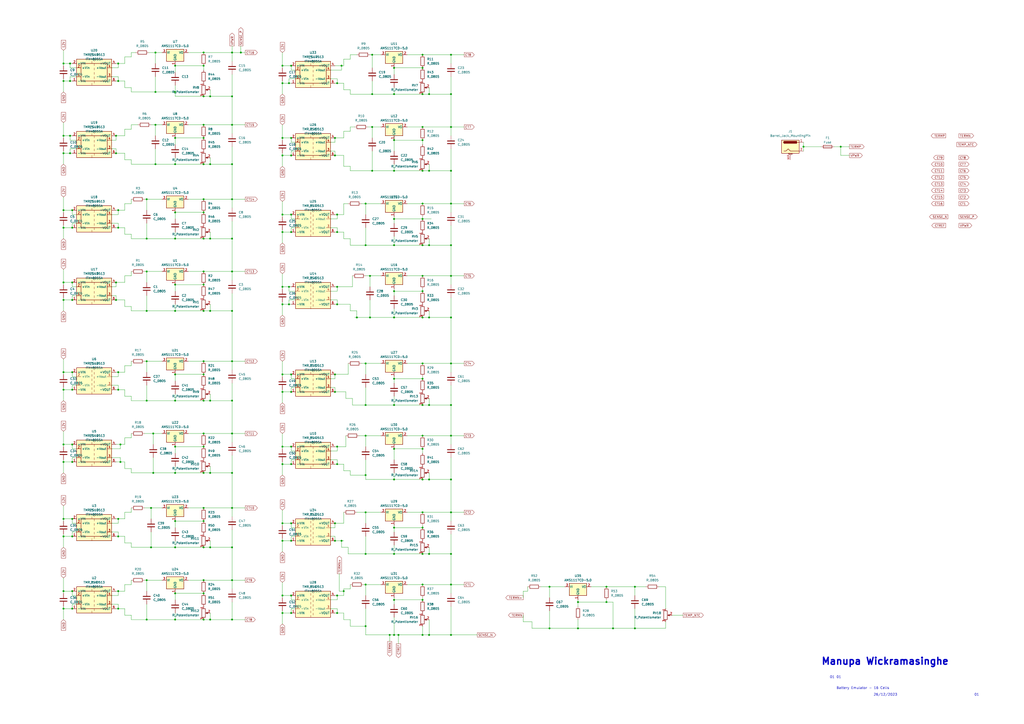
<source format=kicad_sch>
(kicad_sch (version 20230121) (generator eeschema)
  (paper "A2")
  (junction (at 90.17 30.48))
  (junction (at 194.31 90.17))
  (junction (at 212.09 118.11))
  (junction (at 118.11 259.08))
  (junction (at 36.83 215.9))
  (junction (at 245.11 81.28))
  (junction (at 118.11 232.41))
  (junction (at 85.09 138.43))
  (junction (at 261.62 297.18))
  (junction (at 248.92 142.24))
  (junction (at 212.09 252.73))
  (junction (at 318.77 364.49))
  (junction (at 214.63 184.15))
  (junction (at 85.09 209.55))
  (junction (at 245.11 321.31))
  (junction (at 67.31 163.83))
  (junction (at 228.6 54.61))
  (junction (at 245.11 127))
  (junction (at 118.11 115.57))
  (junction (at 261.62 142.24))
  (junction (at 245.11 219.71))
  (junction (at 212.09 210.82))
  (junction (at 68.58 353.06))
  (junction (at 41.91 215.9))
  (junction (at 228.6 142.24))
  (junction (at 121.92 180.34))
  (junction (at 36.83 132.08))
  (junction (at 41.91 267.97))
  (junction (at 101.6 138.43))
  (junction (at 194.31 313.69))
  (junction (at 118.11 317.5))
  (junction (at 261.62 54.61))
  (junction (at 212.09 363.22))
  (junction (at 215.9 73.66))
  (junction (at 68.58 215.9))
  (junction (at 101.6 217.17))
  (junction (at 168.91 303.53))
  (junction (at 245.11 31.75))
  (junction (at 121.92 317.5))
  (junction (at 118.11 38.1))
  (junction (at 228.6 321.31))
  (junction (at 261.62 118.11))
  (junction (at 118.11 180.34))
  (junction (at 68.58 226.06))
  (junction (at 351.79 340.36))
  (junction (at 40.64 78.74))
  (junction (at 134.62 95.25))
  (junction (at 134.62 115.57))
  (junction (at 168.91 227.33))
  (junction (at 261.62 321.31))
  (junction (at 40.64 88.9))
  (junction (at 245.11 168.91))
  (junction (at 134.62 251.46))
  (junction (at 168.91 134.62))
  (junction (at 163.83 48.26))
  (junction (at 134.62 30.48))
  (junction (at 163.83 217.17))
  (junction (at 163.83 134.62))
  (junction (at 228.6 234.95))
  (junction (at 118.11 359.41))
  (junction (at 87.63 294.64))
  (junction (at 245.11 306.07))
  (junction (at 118.11 302.26))
  (junction (at 168.91 313.69))
  (junction (at 245.11 339.09))
  (junction (at 195.58 269.24))
  (junction (at 228.6 278.13))
  (junction (at 101.6 53.34))
  (junction (at 121.92 274.32))
  (junction (at 368.3 340.36))
  (junction (at 90.17 95.25))
  (junction (at 36.83 121.92))
  (junction (at 245.11 160.02))
  (junction (at 88.9 251.46))
  (junction (at 168.91 355.6))
  (junction (at 69.85 257.81))
  (junction (at 163.83 38.1))
  (junction (at 318.77 340.36))
  (junction (at 228.6 39.37))
  (junction (at 198.12 38.1))
  (junction (at 121.92 55.88))
  (junction (at 194.31 80.01))
  (junction (at 245.11 39.37))
  (junction (at 68.58 46.99))
  (junction (at 41.91 163.83))
  (junction (at 168.91 38.1))
  (junction (at 248.92 234.95))
  (junction (at 228.6 99.06))
  (junction (at 228.6 347.98))
  (junction (at 248.92 368.3))
  (junction (at 67.31 173.99))
  (junction (at 194.31 217.17))
  (junction (at 134.62 317.5))
  (junction (at 248.92 321.31))
  (junction (at 228.6 306.07))
  (junction (at 248.92 278.13))
  (junction (at 245.11 260.35))
  (junction (at 85.09 232.41))
  (junction (at 168.91 90.17))
  (junction (at 36.83 311.15))
  (junction (at 41.91 311.15))
  (junction (at 261.62 160.02))
  (junction (at 40.64 36.83))
  (junction (at 134.62 209.55))
  (junction (at 118.11 95.25))
  (junction (at 194.31 303.53))
  (junction (at 41.91 257.81))
  (junction (at 168.91 259.08))
  (junction (at 368.3 364.49))
  (junction (at 245.11 210.82))
  (junction (at 41.91 300.99))
  (junction (at 167.64 176.53))
  (junction (at 355.6 364.49))
  (junction (at 163.83 303.53))
  (junction (at 195.58 259.08))
  (junction (at 41.91 353.06))
  (junction (at 228.6 127))
  (junction (at 118.11 157.48))
  (junction (at 121.92 232.41))
  (junction (at 212.09 142.24))
  (junction (at 195.58 345.44))
  (junction (at 163.83 259.08))
  (junction (at 226.06 368.3))
  (junction (at 163.83 355.6))
  (junction (at 101.6 123.19))
  (junction (at 195.58 166.37))
  (junction (at 215.9 99.06))
  (junction (at 36.83 163.83))
  (junction (at 134.62 157.48))
  (junction (at 101.6 359.41))
  (junction (at 245.11 142.24))
  (junction (at 163.83 269.24))
  (junction (at 228.6 260.35))
  (junction (at 466.09 85.09))
  (junction (at 118.11 217.17))
  (junction (at 90.17 72.39))
  (junction (at 68.58 311.15))
  (junction (at 101.6 302.26))
  (junction (at 487.68 85.09))
  (junction (at 36.83 46.99))
  (junction (at 245.11 347.98))
  (junction (at 245.11 252.73))
  (junction (at 212.09 339.09))
  (junction (at 121.92 138.43))
  (junction (at 261.62 234.95))
  (junction (at 248.92 54.61))
  (junction (at 335.28 364.49))
  (junction (at 168.91 80.01))
  (junction (at 228.6 81.28))
  (junction (at 163.83 176.53))
  (junction (at 134.62 274.32))
  (junction (at 163.83 227.33))
  (junction (at 214.63 160.02))
  (junction (at 118.11 72.39))
  (junction (at 134.62 359.41))
  (junction (at 215.9 31.75))
  (junction (at 228.6 168.91))
  (junction (at 167.64 48.26))
  (junction (at 101.6 344.17))
  (junction (at 101.6 165.1))
  (junction (at 167.64 166.37))
  (junction (at 67.31 88.9))
  (junction (at 261.62 339.09))
  (junction (at 261.62 184.15))
  (junction (at 68.58 121.92))
  (junction (at 101.6 95.25))
  (junction (at 139.7 30.48))
  (junction (at 245.11 99.06))
  (junction (at 245.11 73.66))
  (junction (at 101.6 274.32))
  (junction (at 85.09 180.34))
  (junction (at 88.9 274.32))
  (junction (at 85.09 359.41))
  (junction (at 36.83 173.99))
  (junction (at 41.91 226.06))
  (junction (at 195.58 134.62))
  (junction (at 87.63 317.5))
  (junction (at 261.62 252.73))
  (junction (at 245.11 54.61))
  (junction (at 245.11 118.11))
  (junction (at 195.58 176.53))
  (junction (at 121.92 359.41))
  (junction (at 228.6 368.3))
  (junction (at 101.6 180.34))
  (junction (at 118.11 55.88))
  (junction (at 199.39 342.9))
  (junction (at 195.58 355.6))
  (junction (at 36.83 88.9))
  (junction (at 245.11 184.15))
  (junction (at 163.83 90.17))
  (junction (at 163.83 124.46))
  (junction (at 85.09 115.57))
  (junction (at 101.6 80.01))
  (junction (at 163.83 80.01))
  (junction (at 118.11 336.55))
  (junction (at 36.83 36.83))
  (junction (at 118.11 209.55))
  (junction (at 134.62 180.34))
  (junction (at 212.09 234.95))
  (junction (at 118.11 123.19))
  (junction (at 36.83 257.81))
  (junction (at 101.6 38.1))
  (junction (at 212.09 297.18))
  (junction (at 194.31 227.33))
  (junction (at 231.14 368.3))
  (junction (at 41.91 121.92))
  (junction (at 195.58 124.46))
  (junction (at 134.62 138.43))
  (junction (at 36.83 342.9))
  (junction (at 118.11 80.01))
  (junction (at 90.17 53.34))
  (junction (at 68.58 342.9))
  (junction (at 245.11 368.3))
  (junction (at 85.09 336.55))
  (junction (at 163.83 345.44))
  (junction (at 36.83 300.99))
  (junction (at 261.62 278.13))
  (junction (at 118.11 294.64))
  (junction (at 67.31 78.74))
  (junction (at 36.83 226.06))
  (junction (at 168.91 217.17))
  (junction (at 245.11 278.13))
  (junction (at 101.6 232.41))
  (junction (at 134.62 72.39))
  (junction (at 36.83 267.97))
  (junction (at 245.11 297.18))
  (junction (at 212.09 275.59))
  (junction (at 41.91 342.9))
  (junction (at 168.91 269.24))
  (junction (at 245.11 234.95))
  (junction (at 118.11 344.17))
  (junction (at 41.91 132.08))
  (junction (at 41.91 173.99))
  (junction (at 118.11 251.46))
  (junction (at 207.01 184.15))
  (junction (at 101.6 317.5))
  (junction (at 36.83 78.74))
  (junction (at 69.85 267.97))
  (junction (at 261.62 73.66))
  (junction (at 212.09 321.31))
  (junction (at 101.6 259.08))
  (junction (at 134.62 55.88))
  (junction (at 198.12 313.69))
  (junction (at 351.79 349.25))
  (junction (at 134.62 294.64))
  (junction (at 335.28 349.25))
  (junction (at 228.6 184.15))
  (junction (at 118.11 274.32))
  (junction (at 121.92 95.25))
  (junction (at 134.62 232.41))
  (junction (at 118.11 138.43))
  (junction (at 195.58 48.26))
  (junction (at 36.83 353.06))
  (junction (at 168.91 345.44))
  (junction (at 68.58 300.99))
  (junction (at 118.11 30.48))
  (junction (at 261.62 368.3))
  (junction (at 248.92 99.06))
  (junction (at 68.58 36.83))
  (junction (at 168.91 124.46))
  (junction (at 248.92 184.15))
  (junction (at 215.9 54.61))
  (junction (at 163.83 166.37))
  (junction (at 40.64 46.99))
  (junction (at 134.62 336.55))
  (junction (at 163.83 313.69))
  (junction (at 68.58 132.08))
  (junction (at 261.62 99.06))
  (junction (at 228.6 219.71))
  (junction (at 261.62 210.82))
  (junction (at 261.62 31.75))
  (junction (at 85.09 157.48))
  (junction (at 118.11 165.1))
  (wire (pts (xy 40.64 36.83) (xy 41.91 36.83)))
  (wire (pts (xy 118.11 30.48) (xy 134.62 30.48)))
  (wire (pts (xy 195.58 176.53) (xy 203.2 176.53)))
  (wire (pts (xy 76.2 50.8) (xy 76.2 53.34)))
  (wire (pts (xy 76.2 339.09) (xy 76.2 336.55)))
  (wire (pts (xy 163.83 227.33) (xy 163.83 226.06)))
  (wire (pts (xy 139.7 26.67) (xy 139.7 30.48)))
  (wire (pts (xy 245.11 219.71) (xy 245.11 218.44)))
  (wire (pts (xy 88.9 251.46) (xy 93.98 251.46)))
  (wire (pts (xy 194.31 90.17) (xy 199.39 90.17)))
  (wire (pts (xy 64.77 350.52) (xy 68.58 350.52)))
  (wire (pts (xy 44.45 260.35) (xy 41.91 260.35)))
  (wire (pts (xy 68.58 129.54) (xy 68.58 132.08)))
  (wire (pts (xy 67.31 78.74) (xy 72.39 78.74)))
  (wire (pts (xy 85.09 115.57) (xy 85.09 121.92)))
  (wire (pts (xy 199.39 80.01) (xy 199.39 76.2)))
  (wire (pts (xy 199.39 76.2) (xy 203.2 76.2)))
  (wire (pts (xy 85.09 180.34) (xy 101.6 180.34)))
  (wire (pts (xy 203.2 273.05) (xy 203.2 275.59)))
  (wire (pts (xy 171.45 219.71) (xy 168.91 219.71)))
  (wire (pts (xy 191.77 127) (xy 195.58 127)))
  (wire (pts (xy 163.83 54.61) (xy 163.83 48.26)))
  (wire (pts (xy 36.83 95.25) (xy 36.83 88.9)))
  (wire (pts (xy 303.53 360.68) (xy 308.61 360.68)))
  (wire (pts (xy 68.58 121.92) (xy 72.39 121.92)))
  (wire (pts (xy 198.12 313.69) (xy 199.39 313.69)))
  (wire (pts (xy 248.92 317.5) (xy 248.92 321.31)))
  (wire (pts (xy 76.2 74.93) (xy 76.2 72.39)))
  (wire (pts (xy 36.83 163.83) (xy 41.91 163.83)))
  (wire (pts (xy 101.6 95.25) (xy 118.11 95.25)))
  (wire (pts (xy 90.17 30.48) (xy 90.17 36.83)))
  (wire (pts (xy 64.77 265.43) (xy 69.85 265.43)))
  (wire (pts (xy 228.6 168.91) (xy 245.11 168.91)))
  (wire (pts (xy 355.6 349.25) (xy 351.79 349.25)))
  (wire (pts (xy 118.11 251.46) (xy 134.62 251.46)))
  (wire (pts (xy 67.31 311.15) (xy 68.58 311.15)))
  (wire (pts (xy 199.39 345.44) (xy 199.39 342.9)))
  (wire (pts (xy 215.9 99.06) (xy 228.6 99.06)))
  (wire (pts (xy 134.62 341.63) (xy 134.62 336.55)))
  (wire (pts (xy 67.31 86.36) (xy 67.31 88.9)))
  (wire (pts (xy 171.45 306.07) (xy 168.91 306.07)))
  (wire (pts (xy 228.6 347.98) (xy 245.11 347.98)))
  (wire (pts (xy 121.92 232.41) (xy 134.62 232.41)))
  (wire (pts (xy 466.09 85.09) (xy 476.25 85.09)))
  (wire (pts (xy 109.22 157.48) (xy 118.11 157.48)))
  (wire (pts (xy 168.91 261.62) (xy 168.91 259.08)))
  (wire (pts (xy 199.39 96.52) (xy 203.2 96.52)))
  (wire (pts (xy 215.9 87.63) (xy 215.9 99.06)))
  (wire (pts (xy 228.6 127) (xy 228.6 125.73)))
  (wire (pts (xy 41.91 129.54) (xy 41.91 132.08)))
  (wire (pts (xy 245.11 54.61) (xy 248.92 54.61)))
  (wire (pts (xy 207.01 180.34) (xy 207.01 184.15)))
  (wire (pts (xy 191.77 40.64) (xy 198.12 40.64)))
  (wire (pts (xy 245.11 260.35) (xy 228.6 260.35)))
  (wire (pts (xy 36.83 165.1) (xy 36.83 163.83)))
  (wire (pts (xy 215.9 31.75) (xy 215.9 39.37)))
  (wire (pts (xy 205.74 184.15) (xy 207.01 184.15)))
  (wire (pts (xy 134.62 157.48) (xy 142.24 157.48)))
  (wire (pts (xy 195.58 266.7) (xy 195.58 269.24)))
  (wire (pts (xy 231.14 373.38) (xy 231.14 368.3)))
  (wire (pts (xy 72.39 163.83) (xy 72.39 160.02)))
  (wire (pts (xy 199.39 38.1) (xy 199.39 34.29)))
  (wire (pts (xy 101.6 123.19) (xy 101.6 127)))
  (wire (pts (xy 228.6 99.06) (xy 245.11 99.06)))
  (wire (pts (xy 236.22 160.02) (xy 245.11 160.02)))
  (wire (pts (xy 118.11 274.32) (xy 121.92 274.32)))
  (wire (pts (xy 201.93 317.5) (xy 201.93 321.31)))
  (wire (pts (xy 198.12 40.64) (xy 198.12 38.1)))
  (wire (pts (xy 163.83 227.33) (xy 168.91 227.33)))
  (wire (pts (xy 83.82 251.46) (xy 88.9 251.46)))
  (wire (pts (xy 248.92 138.43) (xy 248.92 142.24)))
  (wire (pts (xy 83.82 115.57) (xy 85.09 115.57)))
  (wire (pts (xy 236.22 118.11) (xy 245.11 118.11)))
  (wire (pts (xy 109.22 336.55) (xy 118.11 336.55)))
  (wire (pts (xy 72.39 356.87) (xy 76.2 356.87)))
  (wire (pts (xy 213.36 73.66) (xy 215.9 73.66)))
  (wire (pts (xy 163.83 166.37) (xy 167.64 166.37)))
  (wire (pts (xy 203.2 99.06) (xy 215.9 99.06)))
  (wire (pts (xy 36.83 215.9) (xy 41.91 215.9)))
  (wire (pts (xy 36.83 121.92) (xy 41.91 121.92)))
  (wire (pts (xy 64.77 44.45) (xy 68.58 44.45)))
  (wire (pts (xy 199.39 355.6) (xy 199.39 359.41)))
  (wire (pts (xy 121.92 228.6) (xy 121.92 232.41)))
  (wire (pts (xy 236.22 73.66) (xy 245.11 73.66)))
  (wire (pts (xy 245.11 118.11) (xy 261.62 118.11)))
  (wire (pts (xy 261.62 210.82) (xy 269.24 210.82)))
  (wire (pts (xy 67.31 173.99) (xy 72.39 173.99)))
  (wire (pts (xy 101.6 317.5) (xy 118.11 317.5)))
  (wire (pts (xy 245.11 278.13) (xy 248.92 278.13)))
  (wire (pts (xy 163.83 124.46) (xy 163.83 116.84)))
  (wire (pts (xy 228.6 137.16) (xy 228.6 142.24)))
  (wire (pts (xy 36.83 311.15) (xy 36.83 309.88)))
  (wire (pts (xy 76.2 314.96) (xy 76.2 317.5)))
  (wire (pts (xy 163.83 39.37) (xy 163.83 38.1)))
  (wire (pts (xy 121.92 91.44) (xy 121.92 95.25)))
  (wire (pts (xy 121.92 95.25) (xy 134.62 95.25)))
  (wire (pts (xy 163.83 96.52) (xy 163.83 90.17)))
  (wire (pts (xy 76.2 271.78) (xy 76.2 274.32)))
  (wire (pts (xy 101.6 259.08) (xy 101.6 262.89)))
  (wire (pts (xy 168.91 40.64) (xy 168.91 38.1)))
  (wire (pts (xy 261.62 302.26) (xy 261.62 297.18)))
  (wire (pts (xy 121.92 180.34) (xy 134.62 180.34)))
  (wire (pts (xy 36.83 88.9) (xy 36.83 87.63)))
  (wire (pts (xy 228.6 78.74) (xy 228.6 81.28)))
  (wire (pts (xy 215.9 54.61) (xy 228.6 54.61)))
  (wire (pts (xy 245.11 297.18) (xy 261.62 297.18)))
  (wire (pts (xy 85.09 232.41) (xy 101.6 232.41)))
  (wire (pts (xy 261.62 142.24) (xy 261.62 160.02)))
  (wire (pts (xy 194.31 80.01) (xy 194.31 82.55)))
  (wire (pts (xy 368.3 345.44) (xy 368.3 340.36)))
  (wire (pts (xy 236.22 31.75) (xy 245.11 31.75)))
  (wire (pts (xy 228.6 306.07) (xy 228.6 308.61)))
  (wire (pts (xy 68.58 342.9) (xy 72.39 342.9)))
  (wire (pts (xy 118.11 40.64) (xy 118.11 38.1)))
  (wire (pts (xy 191.77 219.71) (xy 194.31 219.71)))
  (wire (pts (xy 118.11 317.5) (xy 121.92 317.5)))
  (wire (pts (xy 72.39 173.99) (xy 72.39 177.8)))
  (wire (pts (xy 203.2 31.75) (xy 207.01 31.75)))
  (wire (pts (xy 199.39 297.18) (xy 199.39 303.53)))
  (wire (pts (xy 67.31 132.08) (xy 68.58 132.08)))
  (wire (pts (xy 121.92 313.69) (xy 121.92 317.5)))
  (wire (pts (xy 67.31 342.9) (xy 68.58 342.9)))
  (wire (pts (xy 261.62 309.88) (xy 261.62 321.31)))
  (wire (pts (xy 163.83 80.01) (xy 163.83 72.39)))
  (wire (pts (xy 134.62 26.67) (xy 134.62 30.48)))
  (wire (pts (xy 118.11 55.88) (xy 121.92 55.88)))
  (wire (pts (xy 36.83 53.34) (xy 36.83 46.99)))
  (wire (pts (xy 44.45 350.52) (xy 41.91 350.52)))
  (wire (pts (xy 212.09 224.79) (xy 212.09 234.95)))
  (wire (pts (xy 199.39 34.29) (xy 203.2 34.29)))
  (wire (pts (xy 200.66 252.73) (xy 200.66 259.08)))
  (wire (pts (xy 41.91 265.43) (xy 41.91 267.97)))
  (wire (pts (xy 36.83 259.08) (xy 36.83 257.81)))
  (wire (pts (xy 194.31 48.26) (xy 195.58 48.26)))
  (wire (pts (xy 163.83 134.62) (xy 163.83 133.35)))
  (wire (pts (xy 306.07 342.9) (xy 306.07 340.36)))
  (wire (pts (xy 207.01 184.15) (xy 214.63 184.15)))
  (wire (pts (xy 191.77 311.15) (xy 194.31 311.15)))
  (wire (pts (xy 228.6 358.14) (xy 228.6 368.3)))
  (wire (pts (xy 163.83 140.97) (xy 163.83 134.62)))
  (wire (pts (xy 36.83 163.83) (xy 36.83 156.21)))
  (wire (pts (xy 36.83 46.99) (xy 36.83 45.72)))
  (wire (pts (xy 228.6 278.13) (xy 245.11 278.13)))
  (wire (pts (xy 163.83 233.68) (xy 163.83 227.33)))
  (wire (pts (xy 72.39 271.78) (xy 76.2 271.78)))
  (wire (pts (xy 36.83 257.81) (xy 41.91 257.81)))
  (wire (pts (xy 212.09 142.24) (xy 228.6 142.24)))
  (wire (pts (xy 228.6 347.98) (xy 228.6 346.71)))
  (wire (pts (xy 72.39 33.02) (xy 76.2 33.02)))
  (wire (pts (xy 85.09 171.45) (xy 85.09 180.34)))
  (wire (pts (xy 36.83 138.43) (xy 36.83 132.08)))
  (wire (pts (xy 228.6 95.25) (xy 228.6 99.06)))
  (wire (pts (xy 134.62 35.56) (xy 134.62 30.48)))
  (wire (pts (xy 101.6 38.1) (xy 101.6 41.91)))
  (wire (pts (xy 67.31 46.99) (xy 68.58 46.99)))
  (wire (pts (xy 191.77 347.98) (xy 195.58 347.98)))
  (wire (pts (xy 201.93 321.31) (xy 212.09 321.31)))
  (wire (pts (xy 134.62 43.18) (xy 134.62 55.88)))
  (wire (pts (xy 101.6 134.62) (xy 101.6 138.43)))
  (wire (pts (xy 36.83 180.34) (xy 36.83 173.99)))
  (wire (pts (xy 250.19 127) (xy 245.11 127)))
  (wire (pts (xy 318.77 354.33) (xy 318.77 364.49)))
  (wire (pts (xy 167.64 48.26) (xy 168.91 48.26)))
  (wire (pts (xy 109.22 30.48) (xy 118.11 30.48)))
  (wire (pts (xy 228.6 347.98) (xy 228.6 350.52)))
  (wire (pts (xy 121.92 317.5) (xy 134.62 317.5)))
  (wire (pts (xy 36.83 344.17) (xy 36.83 342.9)))
  (wire (pts (xy 212.09 278.13) (xy 228.6 278.13)))
  (wire (pts (xy 134.62 359.41) (xy 142.24 359.41)))
  (wire (pts (xy 41.91 342.9) (xy 41.91 345.44)))
  (wire (pts (xy 245.11 347.98) (xy 245.11 346.71)))
  (wire (pts (xy 199.39 273.05) (xy 203.2 273.05)))
  (wire (pts (xy 90.17 72.39) (xy 93.98 72.39)))
  (wire (pts (xy 118.11 123.19) (xy 101.6 123.19)))
  (wire (pts (xy 215.9 31.75) (xy 220.98 31.75)))
  (wire (pts (xy 163.83 124.46) (xy 168.91 124.46)))
  (wire (pts (xy 236.22 252.73) (xy 245.11 252.73)))
  (wire (pts (xy 41.91 350.52) (xy 41.91 353.06)))
  (wire (pts (xy 228.6 260.35) (xy 228.6 266.7)))
  (wire (pts (xy 101.6 355.6) (xy 101.6 359.41)))
  (wire (pts (xy 171.45 173.99) (xy 167.64 173.99)))
  (wire (pts (xy 44.45 303.53) (xy 41.91 303.53)))
  (wire (pts (xy 67.31 300.99) (xy 68.58 300.99)))
  (wire (pts (xy 215.9 46.99) (xy 215.9 54.61)))
  (wire (pts (xy 67.31 215.9) (xy 68.58 215.9)))
  (wire (pts (xy 194.31 355.6) (xy 195.58 355.6)))
  (wire (pts (xy 163.83 176.53) (xy 167.64 176.53)))
  (wire (pts (xy 195.58 269.24) (xy 199.39 269.24)))
  (wire (pts (xy 245.11 168.91) (xy 245.11 167.64)))
  (wire (pts (xy 261.62 368.3) (xy 276.86 368.3)))
  (wire (pts (xy 69.85 267.97) (xy 72.39 267.97)))
  (wire (pts (xy 261.62 31.75) (xy 269.24 31.75)))
  (wire (pts (xy 44.45 44.45) (xy 40.64 44.45)))
  (wire (pts (xy 121.92 55.88) (xy 134.62 55.88)))
  (wire (pts (xy 228.6 234.95) (xy 245.11 234.95)))
  (wire (pts (xy 118.11 344.17) (xy 101.6 344.17)))
  (wire (pts (xy 90.17 95.25) (xy 101.6 95.25)))
  (wire (pts (xy 109.22 251.46) (xy 118.11 251.46)))
  (wire (pts (xy 236.22 210.82) (xy 245.11 210.82)))
  (wire (pts (xy 228.6 321.31) (xy 245.11 321.31)))
  (wire (pts (xy 318.77 340.36) (xy 327.66 340.36)))
  (wire (pts (xy 72.39 121.92) (xy 72.39 118.11)))
  (wire (pts (xy 335.28 364.49) (xy 355.6 364.49)))
  (wire (pts (xy 134.62 95.25) (xy 134.62 115.57)))
  (wire (pts (xy 72.39 339.09) (xy 76.2 339.09)))
  (wire (pts (xy 212.09 368.3) (xy 212.09 363.22)))
  (wire (pts (xy 67.31 88.9) (xy 72.39 88.9)))
  (wire (pts (xy 72.39 212.09) (xy 76.2 212.09)))
  (wire (pts (xy 212.09 297.18) (xy 220.98 297.18)))
  (wire (pts (xy 101.6 344.17) (xy 101.6 347.98)))
  (wire (pts (xy 64.77 260.35) (xy 69.85 260.35)))
  (wire (pts (xy 134.62 299.72) (xy 134.62 294.64)))
  (wire (pts (xy 118.11 38.1) (xy 101.6 38.1)))
  (wire (pts (xy 195.58 127) (xy 195.58 124.46)))
  (wire (pts (xy 171.45 224.79) (xy 168.91 224.79)))
  (wire (pts (xy 36.83 317.5) (xy 36.83 311.15)))
  (wire (pts (xy 163.83 134.62) (xy 168.91 134.62)))
  (wire (pts (xy 44.45 218.44) (xy 41.91 218.44)))
  (wire (pts (xy 118.11 180.34) (xy 121.92 180.34)))
  (wire (pts (xy 195.58 132.08) (xy 195.58 134.62)))
  (wire (pts (xy 68.58 46.99) (xy 72.39 46.99)))
  (wire (pts (xy 168.91 219.71) (xy 168.91 217.17)))
  (wire (pts (xy 466.09 82.55) (xy 466.09 85.09)))
  (wire (pts (xy 167.64 45.72) (xy 167.64 48.26)))
  (wire (pts (xy 134.62 214.63) (xy 134.62 209.55)))
  (wire (pts (xy 248.92 231.14) (xy 248.92 234.95)))
  (wire (pts (xy 212.09 339.09) (xy 212.09 345.44)))
  (wire (pts (xy 40.64 39.37) (xy 40.64 36.83)))
  (wire (pts (xy 194.31 306.07) (xy 194.31 303.53)))
  (wire (pts (xy 36.83 300.99) (xy 41.91 300.99)))
  (wire (pts (xy 85.09 223.52) (xy 85.09 232.41)))
  (wire (pts (xy 168.91 224.79) (xy 168.91 227.33)))
  (wire (pts (xy 134.62 170.18) (xy 134.62 180.34)))
  (wire (pts (xy 163.83 176.53) (xy 163.83 175.26)))
  (wire (pts (xy 118.11 138.43) (xy 121.92 138.43)))
  (wire (pts (xy 101.6 217.17) (xy 101.6 220.98)))
  (wire (pts (xy 191.77 224.79) (xy 194.31 224.79)))
  (wire (pts (xy 41.91 308.61) (xy 41.91 311.15)))
  (wire (pts (xy 215.9 73.66) (xy 215.9 80.01)))
  (wire (pts (xy 85.09 157.48) (xy 85.09 163.83)))
  (wire (pts (xy 198.12 38.1) (xy 199.39 38.1)))
  (wire (pts (xy 195.58 355.6) (xy 199.39 355.6)))
  (wire (pts (xy 389.89 356.87) (xy 396.24 356.87)))
  (wire (pts (xy 212.09 297.18) (xy 212.09 303.53)))
  (wire (pts (xy 248.92 321.31) (xy 261.62 321.31)))
  (wire (pts (xy 212.09 210.82) (xy 220.98 210.82)))
  (wire (pts (xy 72.39 300.99) (xy 72.39 297.18)))
  (wire (pts (xy 201.93 210.82) (xy 201.93 217.17)))
  (wire (pts (xy 40.64 78.74) (xy 41.91 78.74)))
  (wire (pts (xy 245.11 142.24) (xy 248.92 142.24)))
  (wire (pts (xy 245.11 234.95) (xy 248.92 234.95)))
  (wire (pts (xy 204.47 231.14) (xy 204.47 234.95)))
  (wire (pts (xy 195.58 48.26) (xy 199.39 48.26)))
  (wire (pts (xy 163.83 303.53) (xy 163.83 295.91)))
  (wire (pts (xy 40.64 46.99) (xy 41.91 46.99)))
  (wire (pts (xy 85.09 209.55) (xy 85.09 215.9)))
  (wire (pts (xy 466.09 85.09) (xy 466.09 87.63)))
  (wire (pts (xy 194.31 313.69) (xy 194.31 311.15)))
  (wire (pts (xy 64.77 345.44) (xy 68.58 345.44)))
  (wire (pts (xy 335.28 349.25) (xy 335.28 351.79)))
  (wire (pts (xy 76.2 177.8) (xy 76.2 180.34)))
  (wire (pts (xy 64.77 218.44) (xy 68.58 218.44)))
  (wire (pts (xy 163.83 90.17) (xy 168.91 90.17)))
  (wire (pts (xy 83.82 209.55) (xy 85.09 209.55)))
  (wire (pts (xy 86.36 30.48) (xy 90.17 30.48)))
  (wire (pts (xy 118.11 259.08) (xy 101.6 259.08)))
  (wire (pts (xy 76.2 135.89) (xy 76.2 138.43)))
  (wire (pts (xy 168.91 266.7) (xy 168.91 269.24)))
  (wire (pts (xy 85.09 336.55) (xy 93.98 336.55)))
  (wire (pts (xy 210.82 339.09) (xy 212.09 339.09)))
  (wire (pts (xy 195.58 124.46) (xy 199.39 124.46)))
  (wire (pts (xy 83.82 157.48) (xy 85.09 157.48)))
  (wire (pts (xy 134.62 115.57) (xy 142.24 115.57)))
  (wire (pts (xy 121.92 52.07) (xy 121.92 55.88)))
  (wire (pts (xy 85.09 138.43) (xy 101.6 138.43)))
  (wire (pts (xy 351.79 340.36) (xy 368.3 340.36)))
  (wire (pts (xy 118.11 72.39) (xy 134.62 72.39)))
  (wire (pts (xy 44.45 223.52) (xy 41.91 223.52)))
  (wire (pts (xy 167.64 168.91) (xy 167.64 166.37)))
  (wire (pts (xy 85.09 157.48) (xy 93.98 157.48)))
  (wire (pts (xy 118.11 165.1) (xy 101.6 165.1)))
  (wire (pts (xy 90.17 72.39) (xy 90.17 78.74)))
  (wire (pts (xy 199.39 359.41) (xy 203.2 359.41)))
  (wire (pts (xy 195.58 345.44) (xy 199.39 345.44)))
  (wire (pts (xy 64.77 223.52) (xy 68.58 223.52)))
  (wire (pts (xy 76.2 229.87) (xy 76.2 232.41)))
  (wire (pts (xy 303.53 346.71) (xy 303.53 342.9)))
  (wire (pts (xy 134.62 180.34) (xy 134.62 209.55)))
  (wire (pts (xy 76.2 359.41) (xy 85.09 359.41)))
  (wire (pts (xy 199.39 48.26) (xy 199.39 52.07)))
  (wire (pts (xy 85.09 350.52) (xy 85.09 359.41)))
  (wire (pts (xy 261.62 99.06) (xy 261.62 118.11)))
  (wire (pts (xy 191.77 87.63) (xy 194.31 87.63)))
  (wire (pts (xy 36.83 173.99) (xy 36.83 172.72)))
  (wire (pts (xy 88.9 265.43) (xy 88.9 274.32)))
  (wire (pts (xy 36.83 132.08) (xy 41.91 132.08)))
  (wire (pts (xy 228.6 229.87) (xy 228.6 234.95)))
  (wire (pts (xy 68.58 300.99) (xy 68.58 303.53)))
  (wire (pts (xy 171.45 266.7) (xy 168.91 266.7)))
  (wire (pts (xy 134.62 85.09) (xy 134.62 95.25)))
  (wire (pts (xy 72.39 311.15) (xy 72.39 314.96)))
  (wire (pts (xy 72.39 135.89) (xy 76.2 135.89)))
  (wire (pts (xy 72.39 88.9) (xy 72.39 92.71)))
  (wire (pts (xy 228.6 179.07) (xy 228.6 184.15)))
  (wire (pts (xy 212.09 353.06) (xy 212.09 363.22)))
  (wire (pts (xy 163.83 275.59) (xy 163.83 269.24)))
  (wire (pts (xy 88.9 274.32) (xy 101.6 274.32)))
  (wire (pts (xy 64.77 129.54) (xy 68.58 129.54)))
  (wire (pts (xy 195.58 134.62) (xy 199.39 134.62)))
  (wire (pts (xy 36.83 36.83) (xy 40.64 36.83)))
  (wire (pts (xy 248.92 54.61) (xy 261.62 54.61)))
  (wire (pts (xy 194.31 87.63) (xy 194.31 90.17)))
  (wire (pts (xy 261.62 165.1) (xy 261.62 160.02)))
  (wire (pts (xy 72.39 215.9) (xy 72.39 212.09)))
  (wire (pts (xy 194.31 176.53) (xy 195.58 176.53)))
  (wire (pts (xy 382.27 340.36) (xy 386.08 340.36)))
  (wire (pts (xy 68.58 300.99) (xy 72.39 300.99)))
  (wire (pts (xy 101.6 270.51) (xy 101.6 274.32)))
  (wire (pts (xy 212.09 118.11) (xy 212.09 124.46)))
  (wire (pts (xy 67.31 171.45) (xy 67.31 173.99)))
  (wire (pts (xy 228.6 142.24) (xy 245.11 142.24)))
  (wire (pts (xy 36.83 302.26) (xy 36.83 300.99)))
  (wire (pts (xy 101.6 55.88) (xy 101.6 53.34)))
  (wire (pts (xy 72.39 257.81) (xy 72.39 254)))
  (wire (pts (xy 68.58 311.15) (xy 72.39 311.15)))
  (wire (pts (xy 101.6 180.34) (xy 118.11 180.34)))
  (wire (pts (xy 41.91 260.35) (xy 41.91 257.81)))
  (wire (pts (xy 36.83 121.92) (xy 36.83 114.3)))
  (wire (pts (xy 44.45 81.28) (xy 40.64 81.28)))
  (wire (pts (xy 198.12 313.69) (xy 198.12 317.5)))
  (wire (pts (xy 368.3 353.06) (xy 368.3 364.49)))
  (wire (pts (xy 228.6 306.07) (xy 245.11 306.07)))
  (wire (pts (xy 40.64 81.28) (xy 40.64 78.74)))
  (wire (pts (xy 36.83 88.9) (xy 40.64 88.9)))
  (wire (pts (xy 204.47 160.02) (xy 204.47 166.37)))
  (wire (pts (xy 194.31 224.79) (xy 194.31 227.33)))
  (wire (pts (xy 76.2 138.43) (xy 85.09 138.43)))
  (wire (pts (xy 134.62 251.46) (xy 142.24 251.46)))
  (wire (pts (xy 163.83 80.01) (xy 168.91 80.01)))
  (wire (pts (xy 134.62 77.47) (xy 134.62 72.39)))
  (wire (pts (xy 101.6 91.44) (xy 101.6 95.25)))
  (wire (pts (xy 303.53 342.9) (xy 306.07 342.9)))
  (wire (pts (xy 228.6 274.32) (xy 228.6 278.13)))
  (wire (pts (xy 228.6 54.61) (xy 245.11 54.61)))
  (wire (pts (xy 134.62 162.56) (xy 134.62 157.48)))
  (wire (pts (xy 72.39 92.71) (xy 76.2 92.71)))
  (wire (pts (xy 203.2 54.61) (xy 215.9 54.61)))
  (wire (pts (xy 67.31 81.28) (xy 67.31 78.74)))
  (wire (pts (xy 212.09 252.73) (xy 212.09 259.08)))
  (wire (pts (xy 203.2 96.52) (xy 203.2 99.06)))
  (wire (pts (xy 214.63 31.75) (xy 215.9 31.75)))
  (wire (pts (xy 355.6 364.49) (xy 355.6 349.25)))
  (wire (pts (xy 44.45 345.44) (xy 41.91 345.44)))
  (wire (pts (xy 76.2 212.09) (xy 76.2 209.55)))
  (wire (pts (xy 163.83 182.88) (xy 163.83 176.53)))
  (wire (pts (xy 212.09 160.02) (xy 214.63 160.02)))
  (wire (pts (xy 163.83 217.17) (xy 168.91 217.17)))
  (wire (pts (xy 134.62 274.32) (xy 134.62 294.64)))
  (wire (pts (xy 245.11 368.3) (xy 245.11 363.22)))
  (wire (pts (xy 67.31 257.81) (xy 69.85 257.81)))
  (wire (pts (xy 88.9 251.46) (xy 88.9 257.81)))
  (wire (pts (xy 69.85 260.35) (xy 69.85 257.81)))
  (wire (pts (xy 36.83 311.15) (xy 41.91 311.15)))
  (wire (pts (xy 208.28 252.73) (xy 212.09 252.73)))
  (wire (pts (xy 386.08 364.49) (xy 386.08 360.68)))
  (wire (pts (xy 163.83 260.35) (xy 163.83 259.08)))
  (wire (pts (xy 171.45 45.72) (xy 167.64 45.72)))
  (wire (pts (xy 261.62 351.79) (xy 261.62 368.3)))
  (wire (pts (xy 134.62 294.64) (xy 142.24 294.64)))
  (wire (pts (xy 203.2 76.2) (xy 203.2 73.66)))
  (wire (pts (xy 41.91 223.52) (xy 41.91 226.06)))
  (wire (pts (xy 487.68 90.17) (xy 487.68 85.09)))
  (wire (pts (xy 76.2 30.48) (xy 78.74 30.48)))
  (wire (pts (xy 203.2 73.66) (xy 205.74 73.66)))
  (wire (pts (xy 191.77 132.08) (xy 195.58 132.08)))
  (wire (pts (xy 261.62 36.83) (xy 261.62 31.75)))
  (wire (pts (xy 72.39 177.8) (xy 76.2 177.8)))
  (wire (pts (xy 72.39 226.06) (xy 72.39 229.87)))
  (wire (pts (xy 203.2 363.22) (xy 212.09 363.22)))
  (wire (pts (xy 248.92 142.24) (xy 261.62 142.24)))
  (wire (pts (xy 167.64 176.53) (xy 168.91 176.53)))
  (wire (pts (xy 245.11 306.07) (xy 245.11 304.8)))
  (wire (pts (xy 261.62 130.81) (xy 261.62 142.24)))
  (wire (pts (xy 134.62 307.34) (xy 134.62 317.5)))
  (wire (pts (xy 67.31 166.37) (xy 67.31 163.83)))
  (wire (pts (xy 118.11 80.01) (xy 101.6 80.01)))
  (wire (pts (xy 261.62 78.74) (xy 261.62 73.66)))
  (wire (pts (xy 163.83 303.53) (xy 168.91 303.53)))
  (wire (pts (xy 245.11 262.89) (xy 245.11 260.35)))
  (wire (pts (xy 44.45 86.36) (xy 40.64 86.36)))
  (wire (pts (xy 36.83 274.32) (xy 36.83 267.97)))
  (wire (pts (xy 163.83 361.95) (xy 163.83 355.6)))
  (wire (pts (xy 261.62 252.73) (xy 269.24 252.73)))
  (wire (pts (xy 248.92 50.8) (xy 248.92 54.61)))
  (wire (pts (xy 335.28 349.25) (xy 335.28 347.98)))
  (wire (pts (xy 203.2 176.53) (xy 203.2 180.34)))
  (wire (pts (xy 36.83 232.41) (xy 36.83 226.06)))
  (wire (pts (xy 36.83 215.9) (xy 36.83 208.28)))
  (wire (pts (xy 212.09 368.3) (xy 226.06 368.3)))
  (wire (pts (xy 36.83 342.9) (xy 41.91 342.9)))
  (wire (pts (xy 228.6 368.3) (xy 231.14 368.3)))
  (wire (pts (xy 76.2 297.18) (xy 76.2 294.64)))
  (wire (pts (xy 200.66 227.33) (xy 200.66 231.14)))
  (wire (pts (xy 139.7 30.48) (xy 142.24 30.48)))
  (wire (pts (xy 236.22 297.18) (xy 245.11 297.18)))
  (wire (pts (xy 168.91 124.46) (xy 168.91 127)))
  (wire (pts (xy 118.11 302.26) (xy 101.6 302.26)))
  (wire (pts (xy 134.62 349.25) (xy 134.62 359.41)))
  (wire (pts (xy 228.6 219.71) (xy 245.11 219.71)))
  (wire (pts (xy 36.83 226.06) (xy 36.83 224.79)))
  (wire (pts (xy 191.77 261.62) (xy 195.58 261.62)))
  (wire (pts (xy 199.39 52.07) (xy 203.2 52.07)))
  (wire (pts (xy 76.2 254) (xy 76.2 251.46)))
  (wire (pts (xy 134.62 120.65) (xy 134.62 115.57)))
  (wire (pts (xy 245.11 160.02) (xy 261.62 160.02)))
  (wire (pts (xy 194.31 217.17) (xy 201.93 217.17)))
  (wire (pts (xy 85.09 336.55) (xy 85.09 342.9)))
  (wire (pts (xy 163.83 166.37) (xy 163.83 158.75)))
  (wire (pts (xy 203.2 138.43) (xy 203.2 142.24)))
  (wire (pts (xy 212.09 210.82) (xy 212.09 217.17)))
  (wire (pts (xy 36.83 132.08) (xy 36.83 130.81)))
  (wire (pts (xy 335.28 349.25) (xy 351.79 349.25)))
  (wire (pts (xy 248.92 368.3) (xy 261.62 368.3)))
  (wire (pts (xy 163.83 320.04) (xy 163.83 313.69)))
  (wire (pts (xy 308.61 360.68) (xy 308.61 364.49)))
  (wire (pts (xy 90.17 86.36) (xy 90.17 95.25)))
  (wire (pts (xy 212.09 321.31) (xy 228.6 321.31)))
  (wire (pts (xy 67.31 163.83) (xy 72.39 163.83)))
  (wire (pts (xy 163.83 90.17) (xy 163.83 88.9)))
  (wire (pts (xy 36.83 46.99) (xy 40.64 46.99)))
  (wire (pts (xy 171.45 311.15) (xy 168.91 311.15)))
  (wire (pts (xy 199.39 134.62) (xy 199.39 138.43)))
  (wire (pts (xy 245.11 252.73) (xy 261.62 252.73)))
  (wire (pts (xy 67.31 226.06) (xy 68.58 226.06)))
  (wire (pts (xy 87.63 308.61) (xy 87.63 317.5)))
  (wire (pts (xy 261.62 321.31) (xy 261.62 339.09)))
  (wire (pts (xy 36.83 353.06) (xy 36.83 351.79)))
  (wire (pts (xy 171.45 87.63) (xy 168.91 87.63)))
  (wire (pts (xy 101.6 228.6) (xy 101.6 232.41)))
  (wire (pts (xy 68.58 353.06) (xy 72.39 353.06)))
  (wire (pts (xy 212.09 132.08) (xy 212.09 142.24)))
  (wire (pts (xy 203.2 34.29) (xy 203.2 31.75)))
  (wire (pts (xy 36.83 217.17) (xy 36.83 215.9)))
  (wire (pts (xy 134.62 317.5) (xy 134.62 336.55)))
  (wire (pts (xy 121.92 138.43) (xy 134.62 138.43)))
  (wire (pts (xy 76.2 95.25) (xy 90.17 95.25)))
  (wire (pts (xy 41.91 303.53) (xy 41.91 300.99)))
  (wire (pts (xy 245.11 73.66) (xy 261.62 73.66)))
  (wire (pts (xy 212.09 266.7) (xy 212.09 275.59)))
  (wire (pts (xy 203.2 359.41) (xy 203.2 363.22)))
  (wire (pts (xy 134.62 55.88) (xy 134.62 72.39)))
  (wire (pts (xy 121.92 270.51) (xy 121.92 274.32)))
  (wire (pts (xy 203.2 341.63) (xy 203.2 339.09)))
  (wire (pts (xy 212.09 339.09) (xy 220.98 339.09)))
  (wire (pts (xy 163.83 38.1) (xy 168.91 38.1)))
  (wire (pts (xy 492.76 90.17) (xy 487.68 90.17)))
  (wire (pts (xy 121.92 274.32) (xy 134.62 274.32)))
  (wire (pts (xy 69.85 265.43) (xy 69.85 267.97)))
  (wire (pts (xy 90.17 53.34) (xy 101.6 53.34)))
  (wire (pts (xy 163.83 304.8) (xy 163.83 303.53)))
  (wire (pts (xy 64.77 86.36) (xy 67.31 86.36)))
  (wire (pts (xy 72.39 267.97) (xy 72.39 271.78)))
  (wire (pts (xy 303.53 356.87) (xy 303.53 360.68)))
  (wire (pts (xy 196.85 342.9) (xy 199.39 342.9)))
  (wire (pts (xy 85.09 129.54) (xy 85.09 138.43)))
  (wire (pts (xy 36.83 257.81) (xy 36.83 250.19)))
  (wire (pts (xy 261.62 172.72) (xy 261.62 184.15)))
  (wire (pts (xy 194.31 166.37) (xy 195.58 166.37)))
  (wire (pts (xy 101.6 176.53) (xy 101.6 180.34)))
  (wire (pts (xy 134.62 128.27) (xy 134.62 138.43)))
  (wire (pts (xy 87.63 294.64) (xy 93.98 294.64)))
  (wire (pts (xy 118.11 336.55) (xy 134.62 336.55)))
  (wire (pts (xy 36.83 267.97) (xy 41.91 267.97)))
  (wire (pts (xy 261.62 160.02) (xy 269.24 160.02)))
  (wire (pts (xy 41.91 166.37) (xy 41.91 163.83)))
  (wire (pts (xy 134.62 256.54) (xy 134.62 251.46)))
  (wire (pts (xy 261.62 339.09) (xy 269.24 339.09)))
  (wire (pts (xy 261.62 44.45) (xy 261.62 54.61)))
  (wire (pts (xy 36.83 123.19) (xy 36.83 121.92)))
  (wire (pts (xy 248.92 184.15) (xy 261.62 184.15)))
  (wire (pts (xy 163.83 218.44) (xy 163.83 217.17)))
  (wire (pts (xy 40.64 86.36) (xy 40.64 88.9)))
  (wire (pts (xy 168.91 347.98) (xy 168.91 345.44)))
  (wire (pts (xy 245.11 99.06) (xy 248.92 99.06)))
  (wire (pts (xy 134.62 72.39) (xy 142.24 72.39)))
  (wire (pts (xy 163.83 313.69) (xy 168.91 313.69)))
  (wire (pts (xy 68.58 223.52) (xy 68.58 226.06)))
  (wire (pts (xy 231.14 368.3) (xy 245.11 368.3)))
  (wire (pts (xy 36.83 80.01) (xy 36.83 78.74)))
  (wire (pts (xy 194.31 269.24) (xy 195.58 269.24)))
  (wire (pts (xy 248.92 278.13) (xy 261.62 278.13)))
  (wire (pts (xy 118.11 209.55) (xy 134.62 209.55)))
  (wire (pts (xy 355.6 364.49) (xy 368.3 364.49)))
  (wire (pts (xy 134.62 138.43) (xy 134.62 157.48)))
  (wire (pts (xy 167.64 166.37) (xy 168.91 166.37)))
  (wire (pts (xy 194.31 80.01) (xy 199.39 80.01)))
  (wire (pts (xy 194.31 124.46) (xy 195.58 124.46)))
  (wire (pts (xy 134.62 336.55) (xy 142.24 336.55)))
  (wire (pts (xy 67.31 36.83) (xy 68.58 36.83)))
  (wire (pts (xy 72.39 254) (xy 76.2 254)))
  (wire (pts (xy 261.62 118.11) (xy 269.24 118.11)))
  (wire (pts (xy 261.62 123.19) (xy 261.62 118.11)))
  (wire (pts (xy 101.6 274.32) (xy 118.11 274.32)))
  (wire (pts (xy 199.39 341.63) (xy 203.2 341.63)))
  (wire (pts (xy 76.2 356.87) (xy 76.2 359.41)))
  (wire (pts (xy 64.77 81.28) (xy 67.31 81.28)))
  (wire (pts (xy 203.2 275.59) (xy 212.09 275.59)))
  (wire (pts (xy 194.31 134.62) (xy 195.58 134.62)))
  (wire (pts (xy 386.08 340.36) (xy 386.08 353.06)))
  (wire (pts (xy 101.6 232.41) (xy 118.11 232.41)))
  (wire (pts (xy 191.77 45.72) (xy 195.58 45.72)))
  (wire (pts (xy 72.39 118.11) (xy 76.2 118.11)))
  (wire (pts (xy 67.31 121.92) (xy 68.58 121.92)))
  (wire (pts (xy 261.62 234.95) (xy 261.62 252.73)))
  (wire (pts (xy 226.06 368.3) (xy 228.6 368.3)))
  (wire (pts (xy 261.62 73.66) (xy 269.24 73.66)))
  (wire (pts (xy 342.9 340.36) (xy 351.79 340.36)))
  (wire (pts (xy 196.85 332.74) (xy 196.85 342.9)))
  (wire (pts (xy 248.92 99.06) (xy 261.62 99.06)))
  (wire (pts (xy 76.2 118.11) (xy 76.2 115.57)))
  (wire (pts (xy 335.28 359.41) (xy 335.28 364.49)))
  (wire (pts (xy 83.82 294.64) (xy 87.63 294.64)))
  (wire (pts (xy 109.22 115.57) (xy 118.11 115.57)))
  (wire (pts (xy 68.58 215.9) (xy 68.58 218.44)))
  (wire (pts (xy 171.45 127) (xy 168.91 127)))
  (wire (pts (xy 72.39 297.18) (xy 76.2 297.18)))
  (wire (pts (xy 261.62 86.36) (xy 261.62 99.06)))
  (wire (pts (xy 191.77 353.06) (xy 195.58 353.06)))
  (wire (pts (xy 261.62 184.15) (xy 261.62 210.82)))
  (wire (pts (xy 212.09 311.15) (xy 212.09 321.31)))
  (wire (pts (xy 194.31 303.53) (xy 199.39 303.53)))
  (wire (pts (xy 85.09 115.57) (xy 93.98 115.57)))
  (wire (pts (xy 68.58 132.08) (xy 72.39 132.08)))
  (wire (pts (xy 171.45 261.62) (xy 168.91 261.62)))
  (wire (pts (xy 199.39 90.17) (xy 199.39 96.52)))
  (wire (pts (xy 72.39 50.8) (xy 76.2 50.8)))
  (wire (pts (xy 386.08 364.49) (xy 368.3 364.49)))
  (wire (pts (xy 76.2 33.02) (xy 76.2 30.48)))
  (wire (pts (xy 64.77 171.45) (xy 67.31 171.45)))
  (wire (pts (xy 41.91 218.44) (xy 41.91 215.9)))
  (wire (pts (xy 44.45 265.43) (xy 41.91 265.43)))
  (wire (pts (xy 163.83 269.24) (xy 163.83 267.97)))
  (wire (pts (xy 64.77 166.37) (xy 67.31 166.37)))
  (wire (pts (xy 171.45 40.64) (xy 168.91 40.64)))
  (wire (pts (xy 72.39 229.87) (xy 76.2 229.87)))
  (wire (pts (xy 228.6 127) (xy 228.6 129.54)))
  (wire (pts (xy 191.77 173.99) (xy 195.58 173.99)))
  (wire (pts (xy 36.83 267.97) (xy 36.83 266.7)))
  (wire (pts (xy 226.06 368.3) (xy 226.06 372.11)))
  (wire (pts (xy 245.11 127) (xy 245.11 125.73)))
  (wire (pts (xy 121.92 359.41) (xy 134.62 359.41)))
  (wire (pts (xy 245.11 81.28) (xy 228.6 81.28)))
  (wire (pts (xy 36.83 353.06) (xy 41.91 353.06)))
  (wire (pts (xy 228.6 168.91) (xy 228.6 167.64)))
  (wire (pts (xy 76.2 317.5) (xy 87.63 317.5)))
  (wire (pts (xy 64.77 39.37) (xy 68.58 39.37)))
  (wire (pts (xy 199.39 118.11) (xy 199.39 124.46)))
  (wire (pts (xy 44.45 308.61) (xy 41.91 308.61)))
  (wire (pts (xy 195.58 353.06) (xy 195.58 355.6)))
  (wire (pts (xy 101.6 80.01) (xy 101.6 83.82)))
  (wire (pts (xy 261.62 257.81) (xy 261.62 252.73)))
  (wire (pts (xy 68.58 215.9) (xy 72.39 215.9)))
  (wire (pts (xy 40.64 44.45) (xy 40.64 46.99)))
  (wire (pts (xy 64.77 308.61) (xy 68.58 308.61)))
  (wire (pts (xy 163.83 269.24) (xy 168.91 269.24)))
  (wire (pts (xy 168.91 82.55) (xy 168.91 80.01)))
  (wire (pts (xy 198.12 317.5) (xy 201.93 317.5)))
  (wire (pts (xy 118.11 115.57) (xy 134.62 115.57)))
  (wire (pts (xy 163.83 346.71) (xy 163.83 345.44)))
  (wire (pts (xy 68.58 308.61) (xy 68.58 311.15)))
  (wire (pts (xy 248.92 234.95) (xy 261.62 234.95)))
  (wire (pts (xy 163.83 313.69) (xy 163.83 312.42)))
  (wire (pts (xy 245.11 31.75) (xy 261.62 31.75)))
  (wire (pts (xy 68.58 226.06) (xy 72.39 226.06)))
  (wire (pts (xy 212.09 252.73) (xy 220.98 252.73)))
  (wire (pts (xy 200.66 231.14) (xy 204.47 231.14)))
  (wire (pts (xy 90.17 44.45) (xy 90.17 53.34)))
  (wire (pts (xy 171.45 353.06) (xy 168.91 353.06)))
  (wire (pts (xy 214.63 173.99) (xy 214.63 184.15)))
  (wire (pts (xy 36.83 300.99) (xy 36.83 293.37)))
  (wire (pts (xy 199.39 269.24) (xy 199.39 273.05)))
  (wire (pts (xy 44.45 129.54) (xy 41.91 129.54)))
  (wire (pts (xy 194.31 219.71) (xy 194.31 217.17)))
  (wire (pts (xy 195.58 347.98) (xy 195.58 345.44)))
  (wire (pts (xy 44.45 166.37) (xy 41.91 166.37)))
  (wire (pts (xy 215.9 73.66) (xy 220.98 73.66)))
  (wire (pts (xy 195.58 45.72) (xy 195.58 48.26)))
  (wire (pts (xy 72.39 353.06) (xy 72.39 356.87)))
  (wire (pts (xy 36.83 342.9) (xy 36.83 335.28)))
  (wire (pts (xy 134.62 30.48) (xy 139.7 30.48)))
  (wire (pts (xy 228.6 168.91) (xy 228.6 171.45)))
  (wire (pts (xy 191.77 266.7) (xy 195.58 266.7)))
  (wire (pts (xy 204.47 234.95) (xy 212.09 234.95)))
  (wire (pts (xy 163.83 125.73) (xy 163.83 124.46)))
  (wire (pts (xy 245.11 210.82) (xy 261.62 210.82)))
  (wire (pts (xy 171.45 168.91) (xy 167.64 168.91)))
  (wire (pts (xy 68.58 345.44) (xy 68.58 342.9)))
  (wire (pts (xy 36.83 38.1) (xy 36.83 36.83)))
  (wire (pts (xy 36.83 359.41) (xy 36.83 353.06)))
  (wire (pts (xy 261.62 265.43) (xy 261.62 278.13)))
  (wire (pts (xy 195.58 259.08) (xy 200.66 259.08)))
  (wire (pts (xy 207.01 297.18) (xy 212.09 297.18)))
  (wire (pts (xy 203.2 52.07) (xy 203.2 54.61)))
  (wire (pts (xy 121.92 176.53) (xy 121.92 180.34)))
  (wire (pts (xy 101.6 313.69) (xy 101.6 317.5)))
  (wire (pts (xy 67.31 353.06) (xy 68.58 353.06)))
  (wire (pts (xy 134.62 222.25) (xy 134.62 232.41)))
  (wire (pts (xy 209.55 118.11) (xy 212.09 118.11)))
  (wire (pts (xy 228.6 316.23) (xy 228.6 321.31)))
  (wire (pts (xy 171.45 347.98) (xy 168.91 347.98)))
  (wire (pts (xy 248.92 359.41) (xy 248.92 368.3)))
  (wire (pts (xy 64.77 303.53) (xy 68.58 303.53)))
  (wire (pts (xy 118.11 359.41) (xy 121.92 359.41)))
  (wire (pts (xy 36.83 78.74) (xy 40.64 78.74)))
  (wire (pts (xy 245.11 83.82) (xy 245.11 81.28)))
  (wire (pts (xy 199.39 342.9) (xy 199.39 341.63)))
  (wire (pts (xy 368.3 340.36) (xy 374.65 340.36)))
  (wire (pts (xy 194.31 313.69) (xy 198.12 313.69)))
  (wire (pts (xy 72.39 74.93) (xy 76.2 74.93)))
  (wire (pts (xy 261.62 223.52) (xy 261.62 234.95)))
  (wire (pts (xy 134.62 264.16) (xy 134.62 274.32)))
  (wire (pts (xy 163.83 167.64) (xy 163.83 166.37)))
  (wire (pts (xy 85.09 209.55) (xy 93.98 209.55)))
  (wire (pts (xy 76.2 160.02) (xy 76.2 157.48)))
  (wire (pts (xy 76.2 72.39) (xy 80.01 72.39)))
  (wire (pts (xy 191.77 306.07) (xy 194.31 306.07)))
  (wire (pts (xy 67.31 267.97) (xy 69.85 267.97)))
  (wire (pts (xy 214.63 184.15) (xy 228.6 184.15)))
  (wire (pts (xy 163.83 48.26) (xy 167.64 48.26)))
  (wire (pts (xy 214.63 160.02) (xy 214.63 166.37)))
  (wire (pts (xy 191.77 82.55) (xy 194.31 82.55)))
  (wire (pts (xy 101.6 165.1) (xy 101.6 168.91)))
  (wire (pts (xy 83.82 336.55) (xy 85.09 336.55)))
  (wire (pts (xy 168.91 306.07) (xy 168.91 303.53)))
  (wire (pts (xy 109.22 209.55) (xy 118.11 209.55)))
  (wire (pts (xy 44.45 124.46) (xy 41.91 124.46)))
  (wire (pts (xy 168.91 132.08) (xy 168.91 134.62)))
  (wire (pts (xy 167.64 173.99) (xy 167.64 176.53)))
  (wire (pts (xy 69.85 257.81) (xy 72.39 257.81)))
  (wire (pts (xy 76.2 232.41) (xy 85.09 232.41)))
  (wire (pts (xy 194.31 259.08) (xy 195.58 259.08)))
  (wire (pts (xy 209.55 210.82) (xy 212.09 210.82)))
  (wire (pts (xy 195.58 173.99) (xy 195.58 176.53)))
  (wire (pts (xy 72.39 78.74) (xy 72.39 74.93)))
  (wire (pts (xy 44.45 171.45) (xy 41.91 171.45)))
  (wire (pts (xy 203.2 180.34) (xy 207.01 180.34)))
  (wire (pts (xy 76.2 53.34) (xy 90.17 53.34)))
  (wire (pts (xy 212.09 118.11) (xy 220.98 118.11)))
  (wire (pts (xy 214.63 160.02) (xy 220.98 160.02)))
  (wire (pts (xy 261.62 297.18) (xy 269.24 297.18)))
  (wire (pts (xy 101.6 359.41) (xy 118.11 359.41)))
  (wire (pts (xy 101.6 302.26) (xy 101.6 306.07)))
  (wire (pts (xy 245.11 339.09) (xy 261.62 339.09)))
  (wire (pts (xy 101.6 49.53) (xy 101.6 53.34)))
  (wire (pts (xy 168.91 87.63) (xy 168.91 90.17)))
  (wire (pts (xy 245.11 368.3) (xy 248.92 368.3)))
  (wire (pts (xy 68.58 124.46) (xy 68.58 121.92)))
  (wire (pts (xy 248.92 180.34) (xy 248.92 184.15)))
  (wire (pts (xy 228.6 219.71) (xy 228.6 222.25)))
  (wire (pts (xy 134.62 209.55) (xy 142.24 209.55)))
  (wire (pts (xy 171.45 132.08) (xy 168.91 132.08)))
  (wire (pts (xy 313.69 340.36) (xy 318.77 340.36)))
  (wire (pts (xy 118.11 157.48) (xy 134.62 157.48)))
  (wire (pts (xy 168.91 311.15) (xy 168.91 313.69)))
  (wire (pts (xy 261.62 344.17) (xy 261.62 339.09)))
  (wire (pts (xy 72.39 46.99) (xy 72.39 50.8)))
  (wire (pts (xy 191.77 168.91) (xy 195.58 168.91)))
  (wire (pts (xy 121.92 134.62) (xy 121.92 138.43)))
  (wire (pts (xy 194.31 345.44) (xy 195.58 345.44)))
  (wire (pts (xy 85.09 359.41) (xy 101.6 359.41)))
  (wire (pts (xy 194.31 38.1) (xy 198.12 38.1)))
  (wire (pts (xy 308.61 364.49) (xy 318.77 364.49)))
  (wire (pts (xy 261.62 278.13) (xy 261.62 297.18)))
  (wire (pts (xy 76.2 274.32) (xy 88.9 274.32)))
  (wire (pts (xy 212.09 278.13) (xy 212.09 275.59)))
  (wire (pts (xy 109.22 72.39) (xy 118.11 72.39)))
  (wire (pts (xy 212.09 234.95) (xy 228.6 234.95)))
  (wire (pts (xy 228.6 219.71) (xy 228.6 218.44)))
  (wire (pts (xy 72.39 36.83) (xy 72.39 33.02)))
  (wire (pts (xy 199.39 138.43) (xy 203.2 138.43)))
  (wire (pts (xy 36.83 78.74) (xy 36.83 71.12)))
  (wire (pts (xy 68.58 39.37) (xy 68.58 36.83)))
  (wire (pts (xy 109.22 294.64) (xy 118.11 294.64)))
  (wire (pts (xy 36.83 226.06) (xy 41.91 226.06)))
  (wire (pts (xy 118.11 217.17) (xy 101.6 217.17)))
  (wire (pts (xy 163.83 81.28) (xy 163.83 80.01)))
  (wire (pts (xy 44.45 39.37) (xy 40.64 39.37)))
  (wire (pts (xy 163.83 355.6) (xy 163.83 354.33)))
  (wire (pts (xy 76.2 180.34) (xy 85.09 180.34)))
  (wire (pts (xy 76.2 92.71) (xy 76.2 95.25)))
  (wire (pts (xy 72.39 314.96) (xy 76.2 314.96)))
  (wire (pts (xy 87.63 72.39) (xy 90.17 72.39)))
  (wire (pts (xy 236.22 339.09) (xy 245.11 339.09)))
  (wire (pts (xy 72.39 342.9) (xy 72.39 339.09)))
  (wire (pts (xy 248.92 274.32) (xy 248.92 278.13)))
  (wire (pts (xy 87.63 317.5) (xy 101.6 317.5)))
  (wire (pts (xy 171.45 82.55) (xy 168.91 82.55)))
  (wire (pts (xy 163.83 345.44) (xy 168.91 345.44)))
  (wire (pts (xy 351.79 349.25) (xy 351.79 347.98)))
  (wire (pts (xy 195.58 261.62) (xy 195.58 259.08)))
  (wire (pts (xy 163.83 259.08) (xy 168.91 259.08)))
  (wire (pts (xy 245.11 184.15) (xy 248.92 184.15)))
  (wire (pts (xy 228.6 39.37) (xy 228.6 43.18)))
  (wire (pts (xy 121.92 355.6) (xy 121.92 359.41)))
  (wire (pts (xy 41.91 171.45) (xy 41.91 173.99)))
  (wire (pts (xy 483.87 85.09) (xy 487.68 85.09)))
  (wire (pts (xy 118.11 232.41) (xy 121.92 232.41)))
  (wire (pts (xy 248.92 95.25) (xy 248.92 99.06)))
  (wire (pts (xy 40.64 88.9) (xy 41.91 88.9)))
  (wire (pts (xy 318.77 340.36) (xy 318.77 346.71)))
  (wire (pts (xy 163.83 48.26) (xy 163.83 46.99)))
  (wire (pts (xy 228.6 127) (xy 245.11 127)))
  (wire (pts (xy 228.6 50.8) (xy 228.6 54.61)))
  (wire (pts (xy 201.93 118.11) (xy 199.39 118.11)))
  (wire (pts (xy 68.58 44.45) (xy 68.58 46.99)))
  (wire (pts (xy 163.83 38.1) (xy 163.83 30.48)))
  (wire (pts (xy 194.31 227.33) (xy 200.66 227.33)))
  (wire (pts (xy 163.83 259.08) (xy 163.83 251.46)))
  (wire (pts (xy 245.11 321.31) (xy 248.92 321.31)))
  (wire (pts (xy 72.39 132.08) (xy 72.39 135.89)))
  (wire (pts (xy 261.62 215.9) (xy 261.62 210.82)))
  (wire (pts (xy 41.91 121.92) (xy 41.91 124.46)))
  (wire (pts (xy 318.77 364.49) (xy 335.28 364.49)))
  (wire (pts (xy 163.83 217.17) (xy 163.83 209.55)))
  (wire (pts (xy 118.11 294.64) (xy 134.62 294.64)))
  (wire (pts (xy 68.58 36.83) (xy 72.39 36.83)))
  (wire (pts (xy 245.11 39.37) (xy 228.6 39.37)))
  (wire (pts (xy 101.6 138.43) (xy 118.11 138.43)))
  (wire (pts (xy 203.2 142.24) (xy 212.09 142.24)))
  (wire (pts (xy 72.39 160.02) (xy 76.2 160.02)))
  (wire (pts (xy 195.58 166.37) (xy 204.47 166.37)))
  (wire (pts (xy 101.6 55.88) (xy 118.11 55.88)))
  (wire (pts (xy 163.83 345.44) (xy 163.83 337.82)))
  (wire (pts (xy 64.77 124.46) (xy 68.58 124.46)))
  (wire (pts (xy 261.62 54.61) (xy 261.62 73.66)))
  (wire (pts (xy 228.6 184.15) (xy 245.11 184.15)))
  (wire (pts (xy 195.58 168.91) (xy 195.58 166.37)))
  (wire (pts (xy 118.11 95.25) (xy 121.92 95.25)))
  (wire (pts (xy 163.83 355.6) (xy 168.91 355.6)))
  (wire (pts (xy 487.68 85.09) (xy 492.76 85.09)))
  (wire (pts (xy 68.58 350.52) (xy 68.58 353.06)))
  (wire (pts (xy 36.83 36.83) (xy 36.83 29.21)))
  (wire (pts (xy 87.63 294.64) (xy 87.63 300.99)))
  (wire (pts (xy 228.6 306.07) (xy 228.6 304.8)))
  (wire (pts (xy 228.6 81.28) (xy 228.6 87.63)))
  (wire (pts (xy 90.17 30.48) (xy 93.98 30.48)))
  (wire (pts (xy 168.91 353.06) (xy 168.91 355.6)))
  (wire (pts (xy 36.83 173.99) (xy 41.91 173.99)))
  (wire (pts (xy 134.62 232.41) (xy 134.62 251.46)))
  (text "Battery Emulator - 16 Cells" (at 485.14 400.05 0) (effects (font (size 1.4 1.4)) (justify left bottom)))
  (text "Manupa Wickramasinghe" (at 476.25 386.08 0) (effects (font (size 4 4) (thickness 0.8) bold) (justify left bottom)))
  (text "01" (at 565.15 403.86 0) (effects (font (size 1.4 1.4)) (justify left bottom)))
  (text "01\n" (at 485.14 393.7 0) (effects (font (size 1.4 1.4)) (justify left bottom)))
  (text "26/12/2023" (at 506.73 403.86 0) (effects (font (size 1.4 1.4)) (justify left bottom)))
  (text "01\n" (at 481.33 393.7 0) (effects (font (size 1.4 1.4)) (justify left bottom)))
  (global_label "CT4" (shape output) (at 556.26 106.68 0) (property "Intersheetrefs" "${INTERSHEET_REFS}" (effects hide)))
  (global_label "CT10" (shape output) (at 547.37 95.25 180) (property "Intersheetrefs" "${INTERSHEET_REFS}" (effects hide)))
  (global_label "TERMN" (shape output) (at 556.26 78.74 0) (property "Intersheetrefs" "${INTERSHEET_REFS}" (effects hide)))
  (global_label "CT11" (shape output) (at 547.37 99.06 180) (property "Intersheetrefs" "${INTERSHEET_REFS}" (effects hide)))
  (global_label "GND" (shape input) (at 163.83 361.95 270) (property "Intersheetrefs" "${INTERSHEET_REFS}" (effects hide)))
  (global_label "GND" (shape input) (at 36.83 274.32 270) (property "Intersheetrefs" "${INTERSHEET_REFS}" (effects hide)))
  (global_label "GND" (shape input) (at 163.83 320.04 270) (property "Intersheetrefs" "${INTERSHEET_REFS}" (effects hide)))
  (global_label "TERMN" (shape output) (at 226.06 372.11 270) (property "Intersheetrefs" "${INTERSHEET_REFS}" (effects hide)))
  (global_label "CT7" (shape output) (at 269.24 73.66 0) (property "Intersheetrefs" "${INTERSHEET_REFS}" (effects hide)))
  (global_label "CT6" (shape output) (at 556.26 99.06 0) (property "Intersheetrefs" "${INTERSHEET_REFS}" (effects hide)))
  (global_label "GND" (shape input) (at 36.83 359.41 270) (property "Intersheetrefs" "${INTERSHEET_REFS}" (effects hide)))
  (global_label "12V" (shape input) (at 163.83 251.46 90) (property "Intersheetrefs" "${INTERSHEET_REFS}" (effects hide)))
  (global_label "12V" (shape input) (at 36.83 293.37 90) (property "Intersheetrefs" "${INTERSHEET_REFS}" (effects hide)))
  (global_label "SENSE_P" (shape output) (at 556.26 125.73 0) (property "Intersheetrefs" "${INTERSHEET_REFS}" (effects hide)))
  (global_label "12V" (shape input) (at 163.83 116.84 90) (property "Intersheetrefs" "${INTERSHEET_REFS}" (effects hide)))
  (global_label "VPWR" (shape output) (at 492.76 90.17 0) (property "Intersheetrefs" "${INTERSHEET_REFS}" (effects hide)))
  (global_label "12V" (shape input) (at 36.83 335.28 90) (property "Intersheetrefs" "${INTERSHEET_REFS}" (effects hide)))
  (global_label "GND" (shape input) (at 163.83 182.88 270) (property "Intersheetrefs" "${INTERSHEET_REFS}" (effects hide)))
  (global_label "12V" (shape input) (at 36.83 208.28 90) (property "Intersheetrefs" "${INTERSHEET_REFS}" (effects hide)))
  (global_label "12V" (shape input) (at 163.83 337.82 90) (property "Intersheetrefs" "${INTERSHEET_REFS}" (effects hide)))
  (global_label "GND" (shape input) (at 163.83 140.97 270) (property "Intersheetrefs" "${INTERSHEET_REFS}" (effects hide)))
  (global_label "CT11" (shape output) (at 142.24 251.46 0) (property "Intersheetrefs" "${INTERSHEET_REFS}" (effects hide)))
  (global_label "CT14" (shape output) (at 142.24 115.57 0) (property "Intersheetrefs" "${INTERSHEET_REFS}" (effects hide)))
  (global_label "12V" (shape input) (at 36.83 250.19 90) (property "Intersheetrefs" "${INTERSHEET_REFS}" (effects hide)))
  (global_label "CT1" (shape output) (at 269.24 339.09 0) (property "Intersheetrefs" "${INTERSHEET_REFS}" (effects hide)))
  (global_label "TERMN+" (shape output) (at 196.85 332.74 90) (property "Intersheetrefs" "${INTERSHEET_REFS}" (effects hide)))
  (global_label "CT2" (shape output) (at 556.26 114.3 0) (property "Intersheetrefs" "${INTERSHEET_REFS}" (effects hide)))
  (global_label "TERMP" (shape output) (at 492.76 85.09 0) (property "Intersheetrefs" "${INTERSHEET_REFS}" (effects hide)))
  (global_label "CT14" (shape output) (at 547.37 110.49 180) (property "Intersheetrefs" "${INTERSHEET_REFS}" (effects hide)))
  (global_label "CT16" (shape output) (at 142.24 30.48 0) (property "Intersheetrefs" "${INTERSHEET_REFS}" (effects hide)))
  (global_label "CT8" (shape output) (at 556.26 91.44 0) (property "Intersheetrefs" "${INTERSHEET_REFS}" (effects hide)))
  (global_label "CT5" (shape output) (at 556.26 102.87 0) (property "Intersheetrefs" "${INTERSHEET_REFS}" (effects hide)))
  (global_label "CT3" (shape output) (at 269.24 252.73 0) (property "Intersheetrefs" "${INTERSHEET_REFS}" (effects hide)))
  (global_label "CT5" (shape output) (at 269.24 160.02 0) (property "Intersheetrefs" "${INTERSHEET_REFS}" (effects hide)))
  (global_label "CT2" (shape output) (at 269.24 297.18 0) (property "Intersheetrefs" "${INTERSHEET_REFS}" (effects hide)))
  (global_label "CT8" (shape output) (at 269.24 31.75 0) (property "Intersheetrefs" "${INTERSHEET_REFS}" (effects hide)))
  (global_label "GND" (shape input) (at 36.83 95.25 270) (property "Intersheetrefs" "${INTERSHEET_REFS}" (effects hide)))
  (global_label "TERMP" (shape output) (at 548.64 78.74 180) (property "Intersheetrefs" "${INTERSHEET_REFS}" (effects hide)))
  (global_label "12V" (shape input) (at 36.83 114.3 90) (property "Intersheetrefs" "${INTERSHEET_REFS}" (effects hide)))
  (global_label "CT9" (shape output) (at 547.37 91.44 180) (property "Intersheetrefs" "${INTERSHEET_REFS}" (effects hide)))
  (global_label "GND" (shape input) (at 36.83 138.43 270) (property "Intersheetrefs" "${INTERSHEET_REFS}" (effects hide)))
  (global_label "CT6" (shape output) (at 269.24 118.11 0) (property "Intersheetrefs" "${INTERSHEET_REFS}" (effects hide)))
  (global_label "GND" (shape input) (at 36.83 180.34 270) (property "Intersheetrefs" "${INTERSHEET_REFS}" (effects hide)))
  (global_label "TERMN+" (shape output) (at 303.53 346.71 180) (property "Intersheetrefs" "${INTERSHEET_REFS}" (effects hide)))
  (global_label "12V" (shape input) (at 163.83 72.39 90) (property "Intersheetrefs" "${INTERSHEET_REFS}" (effects hide)))
  (global_label "12V" (shape input) (at 163.83 209.55 90) (property "Intersheetrefs" "${INTERSHEET_REFS}" (effects hide)))
  (global_label "CT13" (shape output) (at 547.37 106.68 180) (property "Intersheetrefs" "${INTERSHEET_REFS}" (effects hide)))
  (global_label "12V" (shape input) (at 36.83 29.21 90) (property "Intersheetrefs" "${INTERSHEET_REFS}" (effects hide)))
  (global_label "CT12" (shape output) (at 142.24 209.55 0) (property "Intersheetrefs" "${INTERSHEET_REFS}" (effects hide)))
  (global_label "VPWR" (shape output) (at 134.62 26.67 90) (property "Intersheetrefs" "${INTERSHEET_REFS}" (effects hide)))
  (global_label "12V" (shape input) (at 163.83 158.75 90) (property "Intersheetrefs" "${INTERSHEET_REFS}" (effects hide)))
  (global_label "SENSE_N" (shape output) (at 549.91 125.73 180) (property "Intersheetrefs" "${INTERSHEET_REFS}" (effects hide)))
  (global_label "CT7" (shape output) (at 556.26 95.25 0) (property "Intersheetrefs" "${INTERSHEET_REFS}" (effects hide)))
  (global_label "CT3" (shape output) (at 556.26 110.49 0) (property "Intersheetrefs" "${INTERSHEET_REFS}" (effects hide)))
  (global_label "CT12" (shape output) (at 547.37 102.87 180) (property "Intersheetrefs" "${INTERSHEET_REFS}" (effects hide)))
  (global_label "CT13" (shape output) (at 142.24 157.48 0) (property "Intersheetrefs" "${INTERSHEET_REFS}" (effects hide)))
  (global_label "GND" (shape input) (at 163.83 54.61 270) (property "Intersheetrefs" "${INTERSHEET_REFS}" (effects hide)))
  (global_label "12V" (shape input) (at 163.83 295.91 90) (property "Intersheetrefs" "${INTERSHEET_REFS}" (effects hide)))
  (global_label "TERMN" (shape output) (at 303.53 356.87 180) (property "Intersheetrefs" "${INTERSHEET_REFS}" (effects hide)))
  (global_label "CT15" (shape output) (at 547.37 114.3 180) (property "Intersheetrefs" "${INTERSHEET_REFS}" (effects hide)))
  (global_label "VPWR" (shape output) (at 556.26 130.81 0) (property "Intersheetrefs" "${INTERSHEET_REFS}" (effects hide)))
  (global_label "CT15" (shape output) (at 142.24 72.39 0) (property "Intersheetrefs" "${INTERSHEET_REFS}" (effects hide)))
  (global_label "TEMP_NTC" (shape output) (at 396.24 356.87 0) (property "Intersheetrefs" "${INTERSHEET_REFS}" (effects hide)))
  (global_label "12V" (shape input) (at 36.83 71.12 90) (property "Intersheetrefs" "${INTERSHEET_REFS}" (effects hide)))
  (global_label "GND" (shape input) (at 36.83 53.34 270) (property "Intersheetrefs" "${INTERSHEET_REFS}" (effects hide)))
  (global_label "TEMP_NTC" (shape output) (at 554.99 83.82 0) (property "Intersheetrefs" "${INTERSHEET_REFS}" (effects hide)))
  (global_label "GND" (shape input) (at 163.83 233.68 270) (property "Intersheetrefs" "${INTERSHEET_REFS}" (effects hide)))
  (global_label "CT1" (shape output) (at 556.26 118.11 0) (property "Intersheetrefs" "${INTERSHEET_REFS}" (effects hide)))
  (global_label "CTREF" (shape output) (at 548.64 130.81 180) (property "Intersheetrefs" "${INTERSHEET_REFS}" (effects hide)))
  (global_label "CT9" (shape output) (at 142.24 336.55 0) (property "Intersheetrefs" "${INTERSHEET_REFS}" (effects hide)))
  (global_label "CTREF" (shape output) (at 231.14 373.38 270) (property "Intersheetrefs" "${INTERSHEET_REFS}" (effects hide)))
  (global_label "12V" (shape input) (at 36.83 156.21 90) (property "Intersheetrefs" "${INTERSHEET_REFS}" (effects hide)))
  (global_label "GND" (shape input) (at 36.83 317.5 270) (property "Intersheetrefs" "${INTERSHEET_REFS}" (effects hide)))
  (global_label "CT8" (shape output) (at 142.24 359.41 0) (property "Intersheetrefs" "${INTERSHEET_REFS}" (effects hide)))
  (global_label "CT16" (shape output) (at 547.37 118.11 180) (property "Intersheetrefs" "${INTERSHEET_REFS}" (effects hide)))
  (global_label "12V" (shape input) (at 163.83 30.48 90) (property "Intersheetrefs" "${INTERSHEET_REFS}" (effects hide)))
  (global_label "SENSE_N" (shape output) (at 276.86 368.3 0) (property "Intersheetrefs" "${INTERSHEET_REFS}" (effects hide)))
  (global_label "CT10" (shape output) (at 142.24 294.64 0) (property "Intersheetrefs" "${INTERSHEET_REFS}" (effects hide)))
  (global_label "CT4" (shape output) (at 269.24 210.82 0) (property "Intersheetrefs" "${INTERSHEET_REFS}" (effects hide)))
  (global_label "SENSE_P" (shape output) (at 139.7 26.67 90) (property "Intersheetrefs" "${INTERSHEET_REFS}" (effects hide)))
  (global_label "GND" (shape input) (at 163.83 96.52 270) (property "Intersheetrefs" "${INTERSHEET_REFS}" (effects hide)))
  (global_label "GND" (shape input) (at 36.83 232.41 270) (property "Intersheetrefs" "${INTERSHEET_REFS}" (effects hide)))
  (global_label "GND" (shape input) (at 163.83 275.59 270) (property "Intersheetrefs" "${INTERSHEET_REFS}" (effects hide)))
  (symbol (lib_id "PCM_Capacitor_AKL:C_0805") (at 101.6 87.63 0) (unit 1)
    (property "Reference" "C14" (at 105.41 86.36 0) (effects (justify left)))
    (property "Value" "C_0805" (at 105.41 88.9 0) (effects (justify left)))
    (property "Footprint" "Capacitor_SMD:C_0805_2012Metric" (effects hide))
  )
  (symbol (lib_id "PCM_Capacitor_AKL:C_0805") (at 101.6 45.72 0) (unit 1)
    (property "Reference" "C13" (at 105.41 44.45 0) (effects (justify left)))
    (property "Value" "C_0805" (effects hide))
    (property "Footprint" "Capacitor_SMD:C_0805_2012Metric" (effects hide))
  )
  (symbol (lib_id "PCM_Capacitor_AKL:C_0805") (at 163.83 308.61 0) (unit 1)
    (property "Reference" "C51" (at 167.64 307.34 0) (effects (justify left)))
    (property "Value" "C_0805" (at 167.64 309.88 0) (effects (justify left)))
    (property "Footprint" "Capacitor_SMD:C_0805_2012Metric" (effects hide))
  )
  (symbol (lib_id "PCM_Capacitor_AKL:C_0805") (at 228.6 354.33 0) (unit 1)
    (property "Reference" "C60" (at 232.41 353.06 0) (effects (justify left)))
    (property "Value" "C_0805" (at 232.41 355.6 0) (effects (justify left)))
    (property "Footprint" "Capacitor_SMD:C_0805_2012Metric" (effects hide))
  )
  (symbol (lib_id "PCM_Resistor_AKL:R_0805") (at 118.11 168.91 0) (unit 1)
    (property "Reference" "R47" (at 120.65 167.64 0) (effects (justify left)))
    (property "Value" "R_0805" (at 120.65 170.18 0) (effects (justify left)))
    (property "Footprint" "Resistor_SMD:R_0805_2012Metric" (effects hide))
  )
  (symbol (lib_id "PCM_Resistor_AKL:R_0805") (at 118.11 213.36 0) (unit 1)
    (property "Reference" "R21" (at 120.65 212.09 0) (effects (justify left)))
    (property "Value" "R_0805" (at 120.65 214.63 0) (effects (justify left)))
    (property "Footprint" "Resistor_SMD:R_0805_2012Metric" (effects hide))
  )
  (symbol (lib_id "PCM_Capacitor_AKL:C_0805") (at 163.83 264.16 0) (unit 1)
    (property "Reference" "C50" (at 167.64 262.89 0) (effects (justify left)))
    (property "Value" "C_0805" (at 167.64 265.43 0) (effects (justify left)))
    (property "Footprint" "Capacitor_SMD:C_0805_2012Metric" (effects hide))
  )
  (symbol (lib_id "Converter_DCDC:ITX4805SA") (at 54.61 220.98 0) (unit 1)
    (property "Reference" "PS12" (at 54.61 210.82 0))
    (property "Value" "ITX4805SA" (at 54.61 213.36 0))
    (property "Footprint" "Converter_DCDC:Converter_DCDC_Murata_CRE1xxxxxxSC_THT" (effects hide))
    (property "Datasheet" "https://www.xppower.com/pdfs/SF_ITX.pdf" (effects hide))
  )
  (symbol (lib_id "Regulator_Switching:TMR_1-0513") (at 181.61 171.45 0) (unit 1)
    (property "Reference" "U14" (at 181.61 158.75 0))
    (property "Value" "TMR_1-0513" (at 181.61 161.29 0))
    (property "Footprint" "Converter_DCDC:Converter_DCDC_TRACO_TMR-1-xxxx_Single_THT" (effects hide))
    (property "Datasheet" "http://assets.tracopower.com/TMR1/documents/tmr1-datasheet.pdf" (effects hide))
  )
  (symbol (lib_id "Connector:Barrel_Jack_MountingPin") (at 458.47 85.09 0) (unit 1)
    (property "Reference" "J1" (at 458.47 76.2 0))
    (property "Value" "Barrel_Jack_MountingPin" (at 458.47 78.74 0))
  )
  (symbol (lib_id "Regulator_Linear:AMS1117CD-5.0") (at 101.6 251.46 0) (unit 1)
    (property "Reference" "U22" (at 101.6 245.11 0))
    (property "Value" "AMS1117CD-5.0" (at 101.6 247.65 0))
    (property "Footprint" "Package_TO_SOT_SMD:TO-252-3_TabPin2" (effects hide))
    (property "Datasheet" "http://www.advanced-monolithic.com/pdf/ds1117.pdf" (effects hide))
  )
  (symbol (lib_id "Converter_DCDC:ITX4805SA") (at 181.61 129.54 0) (unit 1)
    (property "Reference" "PS7" (at 181.61 119.38 0))
    (property "Value" "ITX4805SA" (at 181.61 121.92 0))
    (property "Footprint" "Converter_DCDC:Converter_DCDC_Murata_CRE1xxxxxxSC_THT" (effects hide))
    (property "Datasheet" "https://www.xppower.com/pdfs/SF_ITX.pdf" (effects hide))
  )
  (symbol (lib_id "PCM_Capacitor_AKL:C_0805") (at 163.83 350.52 0) (unit 1)
    (property "Reference" "C52" (at 167.64 349.25 0) (effects (justify left)))
    (property "Value" "C_0805" (at 167.64 351.79 0) (effects (justify left)))
    (property "Footprint" "Capacitor_SMD:C_0805_2012Metric" (effects hide))
  )
  (symbol (lib_id "PCM_Capacitor_AKL:C_0805") (at 163.83 43.18 0) (unit 1)
    (property "Reference" "C17" (at 167.64 41.91 0) (effects (justify left)))
    (property "Value" "C_0805" (at 167.64 44.45 0) (effects (justify left)))
    (property "Footprint" "Capacitor_SMD:C_0805_2012Metric" (effects hide))
  )
  (symbol (lib_id "PCM_Capacitor_AKL:C_0805") (at 214.63 170.18 0) (unit 1)
    (property "Reference" "C28" (at 218.44 168.91 0) (effects (justify left)))
    (property "Value" "C_0805" (at 218.44 171.45 0) (effects (justify left)))
    (property "Footprint" "Capacitor_SMD:C_0805_2012Metric" (effects hide))
  )
  (symbol (lib_id "Converter_DCDC:ITX4805SA") (at 54.61 127 0) (unit 1)
    (property "Reference" "PS14" (at 54.61 116.84 0))
    (property "Value" "ITX4805SA" (at 54.61 119.38 0))
    (property "Footprint" "Converter_DCDC:Converter_DCDC_Murata_CRE1xxxxxxSC_THT" (effects hide))
    (property "Datasheet" "https://www.xppower.com/pdfs/SF_ITX.pdf" (effects hide))
  )
  (symbol (lib_id "PCM_Capacitor_AKL:C_0805") (at 163.83 171.45 0) (unit 1)
    (property "Reference" "C26" (at 167.64 170.18 0) (effects (justify left)))
    (property "Value" "C_0805" (at 167.64 172.72 0) (effects (justify left)))
    (property "Footprint" "Capacitor_SMD:C_0805_2012Metric" (effects hide))
  )
  (symbol (lib_id "PCM_Capacitor_AKL:C_0805") (at 134.62 218.44 0) (unit 1)
    (property "Reference" "C45" (at 138.43 217.17 0) (effects (justify left)))
    (property "Value" "C_0805" (at 138.43 219.71 0) (effects (justify left)))
    (property "Footprint" "Capacitor_SMD:C_0805_2012Metric" (effects hide))
  )
  (symbol (lib_id "Regulator_Switching:TMR_1-0513") (at 181.61 308.61 0) (unit 1)
    (property "Reference" "U34" (at 181.61 295.91 0))
    (property "Value" "TMR_1-0513" (at 181.61 298.45 0))
    (property "Footprint" "Converter_DCDC:Converter_DCDC_TRACO_TMR-1-xxxx_Single_THT" (effects hide))
    (property "Datasheet" "http://assets.tracopower.com/TMR1/documents/tmr1-datasheet.pdf" (effects hide))
  )
  (symbol (lib_id "PCM_Capacitor_AKL:C_0805") (at 368.3 349.25 0) (unit 1)
    (property "Reference" "C69" (at 372.11 347.98 0) (effects (justify left)))
    (property "Value" "C_0805" (at 372.11 350.52 0) (effects (justify left)))
    (property "Footprint" "Capacitor_SMD:C_0805_2012Metric" (effects hide))
  )
  (symbol (lib_id "PCM_Resistor_AKL:R_0805") (at 118.11 127 0) (unit 1)
    (property "Reference" "R46" (at 120.65 125.73 0) (effects (justify left)))
    (property "Value" "R_0805" (at 120.65 128.27 0) (effects (justify left)))
    (property "Footprint" "Resistor_SMD:R_0805_2012Metric" (effects hide))
  )
  (symbol (lib_id "PCM_Resistor_AKL:R_0805") (at 80.01 115.57 90) (unit 1)
    (property "Reference" "R3" (at 80.01 109.22 90))
    (property "Value" "R_0805" (at 80.01 111.76 90))
    (property "Footprint" "Resistor_SMD:R_0805_2012Metric" (effects hide))
  )
  (symbol (lib_id "PCM_Resistor_AKL:R_0805") (at 245.11 266.7 0) (unit 1)
    (property "Reference" "R41" (at 247.65 265.43 0) (effects (justify left)))
    (property "Value" "R_0805" (at 247.65 267.97 0) (effects (justify left)))
    (property "Footprint" "Resistor_SMD:R_0805_2012Metric" (effects hide))
  )
  (symbol (lib_id "PCM_Resistor_AKL:R_0805") (at 245.11 309.88 0) (unit 1)
    (property "Reference" "R36" (at 247.65 308.61 0) (effects (justify left)))
    (property "Value" "R_0805" (at 247.65 311.15 0) (effects (justify left)))
    (property "Footprint" "Resistor_SMD:R_0805_2012Metric" (effects hide))
  )
  (symbol (lib_id "PCM_Resistor_AKL:R_0805") (at 245.11 223.52 0) (unit 1)
    (property "Reference" "R35" (at 247.65 222.25 0) (effects (justify left)))
    (property "Value" "R_0805" (at 247.65 224.79 0) (effects (justify left)))
    (property "Footprint" "Resistor_SMD:R_0805_2012Metric" (effects hide))
  )
  (symbol (lib_id "Regulator_Linear:AMS1117CD-5.0") (at 101.6 30.48 0) (unit 1)
    (property "Reference" "U7" (at 101.6 24.13 0))
    (property "Value" "AMS1117CD-5.0" (at 101.6 26.67 0))
    (property "Footprint" "Package_TO_SOT_SMD:TO-252-3_TabPin2" (effects hide))
    (property "Datasheet" "http://www.advanced-monolithic.com/pdf/ds1117.pdf" (effects hide))
  )
  (symbol (lib_id "PCM_Capacitor_AKL:C_0805") (at 134.62 345.44 0) (unit 1)
    (property "Reference" "C48" (at 138.43 344.17 0) (effects (justify left)))
    (property "Value" "C_0805" (at 138.43 346.71 0) (effects (justify left)))
    (property "Footprint" "Capacitor_SMD:C_0805_2012Metric" (effects hide))
  )
  (symbol (lib_id "Converter_DCDC:ITX4805SA") (at 181.61 350.52 0) (unit 1)
    (property "Reference" "PS1" (at 181.61 340.36 0))
    (property "Value" "ITX4805SA" (at 181.61 342.9 0))
    (property "Footprint" "Converter_DCDC:Converter_DCDC_Murata_CRE1xxxxxxSC_THT" (effects hide))
    (property "Datasheet" "https://www.xppower.com/pdfs/SF_ITX.pdf" (effects hide))
  )
  (symbol (lib_id "Regulator_Switching:TMR_1-0513") (at 54.61 168.91 0) (unit 1)
    (property "Reference" "U17" (at 54.61 156.21 0))
    (property "Value" "TMR_1-0513" (at 54.61 158.75 0))
    (property "Footprint" "Converter_DCDC:Converter_DCDC_TRACO_TMR-1-xxxx_Single_THT" (effects hide))
    (property "Datasheet" "http://assets.tracopower.com/TMR1/documents/tmr1-datasheet.pdf" (effects hide))
  )
  (symbol (lib_id "Regulator_Switching:TMR_1-0513") (at 54.61 347.98 0) (unit 1)
    (property "Reference" "U2" (at 54.61 335.28 0))
    (property "Value" "TMR_1-0513" (at 54.61 337.82 0))
    (property "Footprint" "Converter_DCDC:Converter_DCDC_TRACO_TMR-1-xxxx_Single_THT" (effects hide))
    (property "Datasheet" "http://assets.tracopower.com/TMR1/documents/tmr1-datasheet.pdf" (effects hide))
  )
  (symbol (lib_id "PCM_Resistor_AKL:R_0805") (at 118.11 340.36 0) (unit 1)
    (property "Reference" "R24" (at 120.65 339.09 0) (effects (justify left)))
    (property "Value" "R_0805" (at 120.65 341.63 0) (effects (justify left)))
    (property "Footprint" "Resistor_SMD:R_0805_2012Metric" (effects hide))
  )
  (symbol (lib_id "Regulator_Switching:TMR_1-0513") (at 181.61 350.52 0) (unit 1)
    (property "Reference" "U28" (at 181.61 337.82 0))
    (property "Value" "TMR_1-0513" (at 181.61 340.36 0))
    (property "Footprint" "Converter_DCDC:Converter_DCDC_TRACO_TMR-1-xxxx_Single_THT" (effects hide))
    (property "Datasheet" "http://assets.tracopower.com/TMR1/documents/tmr1-datasheet.pdf" (effects hide))
  )
  (symbol (lib_id "Regulator_Switching:TMR_1-0513") (at 181.61 264.16 0) (unit 1)
    (property "Reference" "U10" (at 181.61 251.46 0))
    (property "Value" "TMR_1-0513" (at 181.61 254 0))
    (property "Footprint" "Converter_DCDC:Converter_DCDC_TRACO_TMR-1-xxxx_Single_THT" (effects hide))
    (property "Datasheet" "http://assets.tracopower.com/TMR1/documents/tmr1-datasheet.pdf" (effects hide))
  )
  (symbol (lib_id "PCM_Resistor_AKL:R_0805") (at 80.01 294.64 90) (unit 1)
    (property "Reference" "R19" (at 80.01 288.29 90))
    (property "Value" "R_0805" (at 80.01 290.83 90))
    (property "Footprint" "Resistor_SMD:R_0805_2012Metric" (effects hide))
  )
  (symbol (lib_id "PCM_Resistor_AKL:R_0805") (at 118.11 306.07 0) (unit 1)
    (property "Reference" "R50" (at 120.65 304.8 0) (effects (justify left)))
    (property "Value" "R_0805" (at 120.65 307.34 0) (effects (justify left)))
    (property "Footprint" "Resistor_SMD:R_0805_2012Metric" (effects hide))
  )
  (symbol (lib_id "Regulator_Switching:TMR_1-0513") (at 181.61 43.18 0) (unit 1)
    (property "Reference" "U33" (at 181.61 30.48 0))
    (property "Value" "TMR_1-0513" (at 181.61 33.02 0))
    (property "Footprint" "Converter_DCDC:Converter_DCDC_TRACO_TMR-1-xxxx_Single_THT" (effects hide))
    (property "Datasheet" "http://assets.tracopower.com/TMR1/documents/tmr1-datasheet.pdf" (effects hide))
  )
  (symbol (lib_id "Converter_DCDC:ITX4805SA") (at 54.61 41.91 0) (unit 1)
    (property "Reference" "PS16" (at 54.61 31.75 0))
    (property "Value" "ITX4805SA" (at 54.61 34.29 0))
    (property "Footprint" "Converter_DCDC:Converter_DCDC_Murata_CRE1xxxxxxSC_THT" (effects hide))
    (property "Datasheet" "https://www.xppower.com/pdfs/SF_ITX.pdf" (effects hide))
  )
  (symbol (lib_id "PCM_Capacitor_AKL:C_0805") (at 134.62 39.37 0) (unit 1)
    (property "Reference" "C15" (at 138.43 38.1 0) (effects (justify left)))
    (property "Value" "C_0805" (at 138.43 40.64 0) (effects (justify left)))
    (property "Footprint" "Capacitor_SMD:C_0805_2012Metric" (effects hide))
  )
  (symbol (lib_id "PCM_Capacitor_AKL:C_0805") (at 36.83 306.07 0) (unit 1)
    (property "Reference" "C35" (at 40.64 304.8 0) (effects (justify left)))
    (property "Value" "C_0805" (at 40.64 307.34 0) (effects (justify left)))
    (property "Footprint" "Capacitor_SMD:C_0805_2012Metric" (effects hide))
  )
  (symbol (lib_id "Regulator_Linear:AMS1117CD-5.0") (at 228.6 252.73 0) (unit 1)
    (property "Reference" "U30" (at 228.6 246.38 0))
    (property "Value" "AMS1117CD-5.0" (at 228.6 248.92 0))
    (property "Footprint" "Package_TO_SOT_SMD:TO-252-3_TabPin2" (effects hide))
    (property "Datasheet" "http://www.advanced-monolithic.com/pdf/ds1117.pdf" (effects hide))
  )
  (symbol (lib_id "Device:R_Potentiometer") (at 118.11 355.6 0) (unit 1)
    (property "Reference" "RV12" (at 115.57 354.33 0) (effects (justify right)))
    (property "Value" "R_Potentiometer" (at 115.57 356.87 0) (effects (justify right)))
    (property "Footprint" "PCM_Potentiometer_THT_AKL:Potentiometer_Bourns_PTA6043_Single_Slide" (effects hide))
  )
  (symbol (lib_id "Regulator_Switching:TMR_1-0513") (at 54.61 83.82 0) (unit 1)
    (property "Reference" "U19" (at 54.61 71.12 0))
    (property "Value" "TMR_1-0513" (at 54.61 73.66 0))
    (property "Footprint" "Converter_DCDC:Converter_DCDC_TRACO_TMR-1-xxxx_Single_THT" (effects hide))
    (property "Datasheet" "http://assets.tracopower.com/TMR1/documents/tmr1-datasheet.pdf" (effects hide))
  )
  (symbol (lib_id "Regulator_Linear:AMS1117CD-5.0") (at 228.6 160.02 0) (unit 1)
    (property "Reference" "U16" (at 228.6 153.67 0))
    (property "Value" "AMS1117CD-5.0" (at 228.6 156.21 0))
    (property "Footprint" "Package_TO_SOT_SMD:TO-252-3_TabPin2" (effects hide))
    (property "Datasheet" "http://www.advanced-monolithic.com/pdf/ds1117.pdf" (effects hide))
  )
  (symbol (lib_id "PCM_Capacitor_AKL:C_0805") (at 101.6 224.79 0) (unit 1)
    (property "Reference" "C41" (at 105.41 223.52 0) (effects (justify left)))
    (property "Value" "C_0805" (at 105.41 226.06 0) (effects (justify left)))
    (property "Footprint" "Capacitor_SMD:C_0805_2012Metric" (effects hide))
  )
  (symbol (lib_id "PCM_Capacitor_AKL:C_0805") (at 318.77 350.52 0) (unit 1)
    (property "Reference" "C67" (at 322.58 349.25 0) (effects (justify left)))
    (property "Value" "C_0805" (at 322.58 351.79 0) (effects (justify left)))
    (property "Footprint" "Capacitor_SMD:C_0805_2012Metric" (effects hide))
  )
  (symbol (lib_id "PCM_Resistor_AKL:R_0805") (at 80.01 157.48 90) (unit 1)
    (property "Reference" "R1" (at 80.01 151.13 90))
    (property "Value" "R_0805" (at 80.01 153.67 90))
    (property "Footprint" "Resistor_SMD:R_0805_2012Metric" (effects hide))
  )
  (symbol (lib_id "Device:R_Potentiometer") (at 245.11 138.43 0) (unit 1)
    (property "Reference" "RV5" (at 242.57 137.16 0) (effects (justify right)))
    (property "Value" "R_Potentiometer" (at 242.57 139.7 0) (effects (justify right)))
    (property "Footprint" "PCM_Potentiometer_THT_AKL:Potentiometer_Bourns_PTA6043_Single_Slide" (effects hide))
  )
  (symbol (lib_id "Device:R_Potentiometer") (at 245.11 95.25 0) (unit 1)
    (property "Reference" "RV6" (at 242.57 93.98 0) (effects (justify right)))
    (property "Value" "R_Potentiometer" (at 242.57 96.52 0) (effects (justify right)))
    (property "Footprint" "PCM_Potentiometer_THT_AKL:Potentiometer_Bourns_PTA6043_Single_Slide" (effects hide))
  )
  (symbol (lib_id "PCM_Capacitor_AKL:C_0805") (at 215.9 83.82 0) (unit 1)
    (property "Reference" "C20" (at 219.71 82.55 0) (effects (justify left)))
    (property "Value" "C_0805" (at 219.71 87.63 0) (effects (justify left)))
    (property "Footprint" "Capacitor_SMD:C_0805_2012Metric" (effects hide))
  )
  (symbol (lib_id "Device:R_Potentiometer") (at 245.11 359.41 0) (unit 1)
    (property "Reference" "RV16" (at 242.57 358.14 0) (effects (justify right)))
    (property "Value" "R_Potentiometer" (at 242.57 360.68 0) (effects (justify right)))
    (property "Footprint" "PCM_Potentiometer_THT_AKL:Potentiometer_Bourns_PTA6043_Single_Slide" (effects hide))
  )
  (symbol (lib_id "PCM_Capacitor_AKL:C_0805") (at 101.6 266.7 0) (unit 1)
    (property "Reference" "C42" (at 105.41 265.43 0) (effects (justify left)))
    (property "Value" "C_0805" (at 105.41 267.97 0) (effects (justify left)))
    (property "Footprint" "Capacitor_SMD:C_0805_2012Metric" (effects hide))
  )
  (symbol (lib_id "PCM_Resistor_AKL:R_0805") (at 245.11 87.63 0) (unit 1)
    (property "Reference" "R42" (at 247.65 86.36 0) (effects (justify left)))
    (property "Value" "R_0805" (at 247.65 88.9 0) (effects (justify left)))
    (property "Footprint" "Resistor_SMD:R_0805_2012Metric" (effects hide))
  )
  (symbol (lib_id "PCM_Resistor_AKL:R_0805") (at 245.11 35.56 0) (unit 1)
    (property "Reference" "R11" (at 247.65 34.29 0) (effects (justify left)))
    (property "Value" "R_0805" (at 247.65 36.83 0) (effects (justify left)))
    (property "Footprint" "Resistor_SMD:R_0805_2012Metric" (effects hide))
  )
  (symbol (lib_id "PCM_Capacitor_AKL:C_0805") (at 228.6 312.42 0) (unit 1)
    (property "Reference" "C59" (at 232.41 311.15 0) (effects (justify left)))
    (property "Value" "C_0805" (at 232.41 313.69 0) (effects (justify left)))
    (property "Footprint" "Capacitor_SMD:C_0805_2012Metric" (effects hide))
  )
  (symbol (lib_id "PCM_Resistor_AKL:R_0805") (at 245.11 130.81 0) (unit 1)
    (property "Reference" "R34" (at 247.65 129.54 0) (effects (justify left)))
    (property "Value" "R_0805" (at 247.65 132.08 0) (effects (justify left)))
    (property "Footprint" "Resistor_SMD:R_0805_2012Metric" (effects hide))
  )
  (symbol (lib_id "Regulator_Linear:AMS1117CD-5.0") (at 101.6 294.64 0) (unit 1)
    (property "Reference" "U23" (at 101.6 288.29 0))
    (property "Value" "AMS1117CD-5.0" (at 101.6 290.83 0))
    (property "Footprint" "Package_TO_SOT_SMD:TO-252-3_TabPin2" (effects hide))
    (property "Datasheet" "http://www.advanced-monolithic.com/pdf/ds1117.pdf" (effects hide))
  )
  (symbol (lib_id "PCM_Resistor_AKL:R_0805") (at 378.46 340.36 90) (unit 1)
    (property "Reference" "R54" (at 378.46 334.01 90))
    (property "Value" "R_0805" (at 378.46 336.55 90))
    (property "Footprint" "Resistor_SMD:R_0805_2012Metric" (effects hide))
  )
  (symbol (lib_id "Converter_DCDC:ITX4805SA") (at 54.61 168.91 0) (unit 1)
    (property "Reference" "PS13" (at 54.61 158.75 0))
    (property "Value" "ITX4805SA" (at 54.61 161.29 0))
    (property "Footprint" "Converter_DCDC:Converter_DCDC_Murata_CRE1xxxxxxSC_THT" (effects hide))
    (property "Datasheet" "https://www.xppower.com/pdfs/SF_ITX.pdf" (effects hide))
  )
  (symbol (lib_id "PCM_Resistor_AKL:R_0805") (at 245.11 172.72 0) (unit 1)
    (property "Reference" "R33" (at 247.65 171.45 0) (effects (justify left)))
    (property "Value" "R_0805" (at 247.65 173.99 0) (effects (justify left)))
    (property "Footprint" "Resistor_SMD:R_0805_2012Metric" (effects hide))
  )
  (symbol (lib_id "PCM_Resistor_AKL:R_0805") (at 83.82 72.39 90) (unit 1)
    (property "Reference" "R6" (at 83.82 66.04 90))
    (property "Value" "R_0805" (at 83.82 68.58 90))
    (property "Footprint" "Resistor_SMD:R_0805_2012Metric" (effects hide))
  )
  (symbol (lib_id "PCM_Resistor_AKL:R_0805") (at 245.11 214.63 0) (unit 1)
    (property "Reference" "R29" (at 247.65 213.36 0) (effects (justify left)))
    (property "Value" "R_0805" (at 247.65 215.9 0) (effects (justify left)))
    (property "Footprint" "Resistor_SMD:R_0805_2012Metric" (effects hide))
  )
  (symbol (lib_id "PCM_Resistor_AKL:R_0805") (at 210.82 31.75 90) (unit 1)
    (property "Reference" "R9" (at 210.82 25.4 90))
    (property "Value" "R_0805" (at 210.82 27.94 90))
    (property "Footprint" "Resistor_SMD:R_0805_2012Metric" (effects hide))
  )
  (symbol (lib_id "Converter_DCDC:ITX4805SA") (at 54.61 306.07 0) (unit 1)
    (property "Reference" "PS10" (at 54.61 295.91 0))
    (property "Value" "ITX4805SA" (at 54.61 298.45 0))
    (property "Footprint" "Converter_DCDC:Converter_DCDC_Murata_CRE1xxxxxxSC_THT" (effects hide))
    (property "Datasheet" "https://www.xppower.com/pdfs/SF_ITX.pdf" (effects hide))
  )
  (symbol (lib_id "PCM_Capacitor_AKL:C_0805") (at 228.6 270.51 0) (unit 1)
    (property "Reference" "C58" (at 232.41 269.24 0) (effects (justify left)))
    (property "Value" "C_0805" (at 232.41 271.78 0) (effects (justify left)))
    (property "Footprint" "Capacitor_SMD:C_0805_2012Metric" (effects hide))
  )
  (symbol (lib_id "PCM_Capacitor_AKL:C_0805") (at 261.62 347.98 0) (unit 1)
    (property "Reference" "C64" (at 265.43 346.71 0) (effects (justify left)))
    (property "Value" "C_0805" (at 265.43 349.25 0) (effects (justify left)))
    (property "Footprint" "Capacitor_SMD:C_0805_2012Metric" (effects hide))
  )
  (symbol (lib_id "PCM_Resistor_AKL:R_0805") (at 80.01 336.55 90) (unit 1)
    (property "Reference" "R20" (at 80.01 330.2 90))
    (property "Value" "R_0805" (at 80.01 332.74 90))
    (property "Footprint" "Resistor_SMD:R_0805_2012Metric" (effects hide))
  )
  (symbol (lib_id "Regulator_Switching:TMR_1-0513") (at 54.61 306.07 0) (unit 1)
    (property "Reference" "U3" (at 54.61 293.37 0))
    (property "Value" "TMR_1-0513" (at 54.61 295.91 0))
    (property "Footprint" "Converter_DCDC:Converter_DCDC_TRACO_TMR-1-xxxx_Single_THT" (effects hide))
    (property "Datasheet" "http://assets.tracopower.com/TMR1/documents/tmr1-datasheet.pdf" (effects hide))
  )
  (symbol (lib_id "Regulator_Linear:AMS1117CD-5.0") (at 101.6 209.55 0) (unit 1)
    (property "Reference" "U21" (at 101.6 203.2 0))
    (property "Value" "AMS1117CD-5.0" (at 101.6 205.74 0))
    (property "Footprint" "Package_TO_SOT_SMD:TO-252-3_TabPin2" (effects hide))
    (property "Datasheet" "http://www.advanced-monolithic.com/pdf/ds1117.pdf" (effects hide))
  )
  (symbol (lib_id "PCM_Resistor_AKL:R_0805") (at 208.28 160.02 270) (unit 1)
    (property "Reference" "R14" (at 208.28 153.67 90))
    (property "Value" "R_0805" (at 208.28 156.21 90))
    (property "Footprint" "Resistor_SMD:R_0805_2012Metric" (effects hide))
  )
  (symbol (lib_id "PCM_Resistor_AKL:R_0805") (at 118.11 44.45 0) (unit 1)
    (property "Reference" "R44" (at 120.65 43.18 0) (effects (justify left)))
    (property "Value" "R_0805" (at 120.65 45.72 0) (effects (justify left)))
    (property "Footprint" "Resistor_SMD:R_0805_2012Metric" (effects hide))
  )
  (symbol (lib_id "PCM_Resistor_AKL:R_0805") (at 118.11 76.2 0) (unit 1)
    (property "Reference" "R8" (at 120.65 74.93 0) (effects (justify left)))
    (property "Value" "R_0805" (at 120.65 77.47 0) (effects (justify left)))
    (property "Footprint" "Resistor_SMD:R_0805_2012Metric" (effects hide))
  )
  (symbol (lib_id "PCM_Resistor_AKL:R_0805") (at 118.11 34.29 0) (unit 1)
    (property "Reference" "R7" (at 120.65 33.02 0) (effects (justify left)))
    (property "Value" "R_0805" (at 120.65 35.56 0) (effects (justify left)))
    (property "Footprint" "Resistor_SMD:R_0805_2012Metric" (effects hide))
  )
  (symbol (lib_id "PCM_Capacitor_AKL:C_0805") (at 101.6 351.79 0) (unit 1)
    (property "Reference" "C44" (at 105.41 350.52 0) (effects (justify left)))
    (property "Value" "C_0805" (at 105.41 353.06 0) (effects (justify left)))
    (property "Footprint" "Capacitor_SMD:C_0805_2012Metric" (effects hide))
  )
  (symbol (lib_id "PCM_Capacitor_AKL:C_0805") (at 36.83 127 0) (unit 1)
    (property "Reference" "C5" (at 40.64 125.73 0) (effects (justify left)))
    (property "Value" "C_0805" (at 40.64 128.27 0) (effects (justify left)))
    (property "Footprint" "Capacitor_SMD:C_0805_2012Metric" (effects hide))
  )
  (symbol (lib_id "PCM_Resistor_AKL:R_0805") (at 118.11 83.82 0) (unit 1)
    (property "Reference" "R45" (at 120.65 82.55 0) (effects (justify left)))
    (property "Value" "R_0805" (at 120.65 85.09 0) (effects (justify left)))
    (property "Footprint" "Resistor_SMD:R_0805_2012Metric" (effects hide))
  )
  (symbol (lib_id "Regulator_Linear:AMS1117CD-5.0") (at 101.6 157.48 0) (unit 1)
    (property "Reference" "U1" (at 101.6 151.13 0))
    (property "Value" "AMS1117CD-5.0" (at 101.6 153.67 0))
    (property "Footprint" "Package_TO_SOT_SMD:TO-252-3_TabPin2" (effects hide))
    (property "Datasheet" "http://www.advanced-monolithic.com/pdf/ds1117.pdf" (effects hide))
  )
  (symbol (lib_id "PCM_Capacitor_AKL:C_0805") (at 101.6 309.88 0) (unit 1)
    (property "Reference" "C43" (at 105.41 308.61 0) (effects (justify left)))
    (property "Value" "C_0805" (at 105.41 311.15 0) (effects (justify left)))
    (property "Footprint" "Capacitor_SMD:C_0805_2012Metric" (effects hide))
  )
  (symbol (lib_id "PCM_Capacitor_AKL:C_0805") (at 85.09 167.64 0) (unit 1)
    (property "Reference" "C1" (at 88.9 166.37 0) (effects (justify left)))
    (property "Value" "C_0805" (at 88.9 168.91 0) (effects (justify left)))
    (property "Footprint" "Capacitor_SMD:C_0805_2012Metric" (effects hide))
  )
  (symbol (lib_id "PCM_Resistor_AKL:R_0805") (at 245.11 77.47 0) (unit 1)
    (property "Reference" "R12" (at 247.65 76.2 0) (effects (justify left)))
    (property "Value" "R_0805" (at 247.65 78.74 0) (effects (justify left)))
    (property "Footprint" "Resistor_SMD:R_0805_2012Metric" (effects hide))
  )
  (symbol (lib_id "PCM_Capacitor_AKL:C_0805") (at 85.09 219.71 0) (unit 1)
    (property "Reference" "C37" (at 88.9 218.44 0) (effects (justify left)))
    (property "Value" "C_0805" (at 88.9 220.98 0) (effects (justify left)))
    (property "Footprint" "Capacitor_SMD:C_0805_2012Metric" (effects hide))
  )
  (symbol (lib_id "PCM_Resistor_AKL:R_0805") (at 245.11 43.18 0) (unit 1)
    (property "Reference" "R43" (at 247.65 41.91 0) (effects (justify left)))
    (property "Value" "R_0805" (at 247.65 44.45 0) (effects (justify left)))
    (property "Footprint" "Resistor_SMD:R_0805_2012Metric" (effects hide))
  )
  (symbol (lib_id "PCM_Capacitor_AKL:C_0805") (at 90.17 40.64 0) (unit 1)
    (property "Reference" "C11" (at 93.98 39.37 0) (effects (justify left)))
    (property "Value" "C_0805" (at 93.98 41.91 0) (effects (justify left)))
    (property "Footprint" "Capacitor_SMD:C_0805_2012Metric" (effects hide))
  )
  (symbol (lib_id "Converter_DCDC:ITX4805SA") (at 181.61 222.25 0) (unit 1)
    (property "Reference" "PS5" (at 181.61 212.09 0))
    (property "Value" "ITX4805SA" (at 181.61 214.63 0))
    (property "Footprint" "Converter_DCDC:Converter_DCDC_Murata_CRE1xxxxxxSC_THT" (effects hide))
    (property "Datasheet" "https://www.xppower.com/pdfs/SF_ITX.pdf" (effects hide))
  )
  (symbol (lib_id "PCM_Resistor_AKL:R_0805") (at 203.2 297.18 270) (unit 1)
    (property "Reference" "R27" (at 203.2 290.83 90))
    (property "Value" "R_0805" (at 203.2 293.37 90))
    (property "Footprint" "Resistor_SMD:R_0805_2012Metric" (effects hide))
  )
  (symbol (lib_id "Regulator_Switching:TMR_1-0513") (at 54.61 220.98 0) (unit 1)
    (property "Reference" "U6" (at 54.61 208.28 0))
    (property "Value" "TMR_1-0513" (at 54.61 210.82 0))
    (property "Footprint" "Converter_DCDC:Converter_DCDC_TRACO_TMR-1-xxxx_Single_THT" (effects hide))
    (property "Datasheet" "http://assets.tracopower.com/TMR1/documents/tmr1-datasheet.pdf" (effects hide))
  )
  (symbol (lib_id "PCM_Capacitor_AKL:C_0805") (at 212.09 262.89 0) (unit 1)
    (property "Reference" "C54" (at 215.9 261.62 0) (effects (justify left)))
    (property "Value" "C_0805" (at 215.9 264.16 0) (effects (justify left)))
    (property "Footprint" "Capacitor_SMD:C_0805_2012Metric" (effects hide))
  )
  (symbol (lib_id "Regulator_Switching:TMR_1-0513") (at 181.61 222.25 0) (unit 1)
    (property "Reference" "U13" (at 181.61 209.55 0))
    (property "Value" "TMR_1-0513" (at 181.61 212.09 0))
    (property "Footprint" "Converter_DCDC:Converter_DCDC_TRACO_TMR-1-xxxx_Single_THT" (effects hide))
    (property "Datasheet" "http://assets.tracopower.com/TMR1/documents/tmr1-datasheet.pdf" (effects hide))
  )
  (symbol (lib_id "Converter_DCDC:ITX4805SA") (at 54.61 262.89 0) (unit 1)
    (property "Reference" "PS11" (at 54.61 252.73 0))
    (property "Value" "ITX4805SA" (at 54.61 255.27 0))
    (property "Footprint" "Converter_DCDC:Converter_DCDC_Murata_CRE1xxxxxxSC_THT" (effects hide))
    (property "Datasheet" "https://www.xppower.com/pdfs/SF_ITX.pdf" (effects hide))
  )
  (symbol (lib_id "PCM_Capacitor_AKL:C_0805") (at 212.09 349.25 0) (unit 1)
    (property "Reference" "C56" (at 215.9 347.98 0) (effects (justify left)))
    (property "Value" "C_0805" (at 215.9 350.52 0) (effects (justify left)))
    (property "Footprint" "Capacitor_SMD:C_0805_2012Metric" (effects hide))
  )
  (symbol (lib_id "PCM_Resistor_AKL:R_0805") (at 205.74 118.11 270) (unit 1)
    (property "Reference" "R13" (at 205.74 111.76 90))
    (property "Value" "R_0805" (at 205.74 114.3 90))
    (property "Footprint" "Resistor_SMD:R_0805_2012Metric" (effects hide))
  )
  (symbol (lib_id "PCM_Capacitor_AKL:C_0805") (at 134.62 303.53 0) (unit 1)
    (property "Reference" "C47" (at 138.43 302.26 0) (effects (justify left)))
    (property "Value" "C_0805" (at 138.43 304.8 0) (effects (justify left)))
    (property "Footprint" "Capacitor_SMD:C_0805_2012Metric" (effects hide))
  )
  (symbol (lib_id "PCM_Resistor_AKL:R_0805") (at 118.11 262.89 0) (unit 1)
    (property "Reference" "R49" (at 120.65 261.62 0) (effects (justify left)))
    (property "Value" "R_0805" (at 120.65 264.16 0) (effects (justify left)))
    (property "Footprint" "Resistor_SMD:R_0805_2012Metric" (effects hide))
  )
  (symbol (lib_id "PCM_Resistor_AKL:R_0805") (at 245.11 121.92 0) (unit 1)
    (property "Reference" "R15" (at 247.65 120.65 0) (effects (justify left)))
    (property "Value" "R_0805" (at 247.65 123.19 0) (effects (justify left)))
    (property "Footprint" "Resistor_SMD:R_0805_2012Metric" (effects hide))
  )
  (symbol (lib_id "Device:R_Potentiometer") (at 118.11 313.69 0) (unit 1)
    (property "Reference" "RV11" (at 115.57 312.42 0) (effects (justify right)))
    (property "Value" "R_Potentiometer" (at 115.57 314.96 0) (effects (justify right)))
    (property "Footprint" "PCM_Potentiometer_THT_AKL:Potentiometer_Bourns_PTA6043_Single_Slide" (effects hide))
  )
  (symbol (lib_id "Regulator_Linear:AMS1117CD-5.0") (at 228.6 31.75 0) (unit 1)
    (property "Reference" "U11" (at 228.6 25.4 0))
    (property "Value" "AMS1117CD-5.0" (at 228.6 27.94 0))
    (property "Footprint" "Package_TO_SOT_SMD:TO-252-3_TabPin2" (effects hide))
    (property "Datasheet" "http://www.advanced-monolithic.com/pdf/ds1117.pdf" (effects hide))
  )
  (symbol (lib_id "PCM_Capacitor_AKL:C_0805") (at 163.83 85.09 0) (unit 1)
    (property "Reference" "C18" (at 167.64 83.82 0) (effects (justify left)))
    (property "Value" "C_0805" (at 167.64 86.36 0) (effects (justify left)))
    (property "Footprint" "Capacitor_SMD:C_0805_2012Metric" (effects hide))
  )
  (symbol (lib_id "PCM_Resistor_AKL:R_0805") (at 118.11 161.29 0) (unit 1)
    (property "Reference" "R2" (at 120.65 160.02 0) (effects (justify left)))
    (property "Value" "R_0805" (at 120.65 162.56 0) (effects (justify left)))
    (property "Footprint" "Resistor_SMD:R_0805_2012Metric" (effects hide))
  )
  (symbol (lib_id "Regulator_Linear:AMS1117CD-5.0") (at 228.6 339.09 0) (unit 1)
    (property "Reference" "U31" (at 228.6 332.74 0))
    (property "Value" "AMS1117CD-5.0" (at 228.6 335.28 0))
    (property "Footprint" "Package_TO_SOT_SMD:TO-252-3_TabPin2" (effects hide))
    (property "Datasheet" "http://www.advanced-monolithic.com/pdf/ds1117.pdf" (effects hide))
  )
  (symbol (lib_id "PCM_Resistor_AKL:R_0805") (at 80.01 251.46 90) (unit 1)
    (property "Reference" "R18" (at 80.01 245.11 90))
    (property "Value" "R_0805" (at 80.01 247.65 90))
    (property "Footprint" "Resistor_SMD:R_0805_2012Metric" (effects hide))
  )
  (symbol (lib_id "PCM_Capacitor_AKL:C_0805") (at 261.62 261.62 0) (unit 1)
    (property "Reference" "C62" (at 265.43 260.35 0) (effects (justify left)))
    (property "Value" "C_0805" (at 265.43 262.89 0) (effects (justify left)))
    (property "Footprint" "Capacitor_SMD:C_0805_2012Metric" (effects hide))
  )
  (symbol (lib_id "PCM_Capacitor_AKL:C_0805") (at 228.6 46.99 0) (unit 1)
    (property "Reference" "C21" (effects hide))
    (property "Value" "C_0805" (effects hide))
    (property "Footprint" "Capacitor_SMD:C_0805_2012Metric" (effects hide))
  )
  (symbol (lib_id "PCM_Capacitor_AKL:C_0805") (at 101.6 130.81 0) (unit 1)
    (property "Reference" "C7" (at 105.41 129.54 0) (effects (justify left)))
    (property "Value" "C_0805" (at 105.41 132.08 0) (effects (justify left)))
    (property "Footprint" "Capacitor_SMD:C_0805_2012Metric" (effects hide))
  )
  (symbol (lib_id "PCM_Capacitor_AKL:C_0805") (at 261.62 168.91 0) (unit 1)
    (property "Reference" "C32" (at 265.43 167.64 0) (effects (justify left)))
    (property "Value" "C_0805" (at 265.43 170.18 0) (effects (justify left)))
    (property "Footprint" "Capacitor_SMD:C_0805_2012Metric" (effects hide))
  )
  (symbol (lib_id "Converter_DCDC:ITX4805SA") (at 181.61 85.09 0) (unit 1)
    (property "Reference" "PS8" (at 181.61 74.93 0))
    (property "Value" "ITX4805SA" (at 181.61 77.47 0))
    (property "Footprint" "Converter_DCDC:Converter_DCDC_Murata_CRE1xxxxxxSC_THT" (effects hide))
    (property "Datasheet" "https://www.xppower.com/pdfs/SF_ITX.pdf" (effects hide))
  )
  (symbol (lib_id "Regulator_Linear:AMS1117CD-5.0") (at 228.6 73.66 0) (unit 1)
    (property "Reference" "U12" (at 228.6 67.31 0))
    (property "Value" "AMS1117CD-5.0" (at 228.6 69.85 0))
    (property "Footprint" "Package_TO_SOT_SMD:TO-252-3_TabPin2" (effects hide))
    (property "Datasheet" "http://www.advanced-monolithic.com/pdf/ds1117.pdf" (effects hide))
  )
  (symbol (lib_id "Regulator_Linear:AMS1117CD-5.0") (at 101.6 336.55 0) (unit 1)
    (property "Reference" "U24" (at 101.6 330.2 0))
    (property "Value" "AMS1117CD-5.0" (at 101.6 332.74 0))
    (property "Footprint" "Package_TO_SOT_SMD:TO-252-3_TabPin2" (effects hide))
    (property "Datasheet" "http://www.advanced-monolithic.com/pdf/ds1117.pdf" (effects hide))
  )
  (symbol (lib_id "Device:R_Potentiometer") (at 245.11 317.5 0) (unit 1)
    (property "Reference" "RV15" (at 242.57 316.23 0) (effects (justify right)))
    (property "Value" "R_Potentiometer" (at 242.57 318.77 0) (effects (justify right)))
    (property "Footprint" "PCM_Potentiometer_THT_AKL:Potentiometer_Bourns_PTA6043_Single_Slide" (effects hide))
  )
  (symbol (lib_id "PCM_Resistor_AKL:R_0805") (at 335.28 355.6 0) (unit 1)
    (property "Reference" "R28" (at 337.82 354.33 0) (effects (justify left)))
    (property "Value" "R_0805" (at 337.82 356.87 0) (effects (justify left)))
    (property "Footprint" "Resistor_SMD:R_0805_2012Metric" (effects hide))
  )
  (symbol (lib_id "PCM_Capacitor_AKL:C_0805") (at 88.9 261.62 0) (unit 1)
    (property "Reference" "C38" (at 92.71 260.35 0) (effects (justify left)))
    (property "Value" "C_0805" (at 92.71 262.89 0) (effects (justify left)))
    (property "Footprint" "Capacitor_SMD:C_0805_2012Metric" (effects hide))
  )
  (symbol (lib_id "PCM_Resistor_AKL:R_0805") (at 351.79 344.17 0) (unit 1)
    (property "Reference" "R53" (at 354.33 342.9 0) (effects (justify left)))
    (property "Value" "R_0805" (at 354.33 345.44 0) (effects (justify left)))
    (property "Footprint" "Resistor_SMD:R_0805_2012Metric" (effects hide))
  )
  (symbol (lib_id "Regulator_Linear:AMS1117CD-5.0") (at 101.6 72.39 0) (unit 1)
    (property "Reference" "U8" (at 101.6 66.04 0))
    (property "Value" "AMS1117CD-5.0" (at 101.6 68.58 0))
    (property "Footprint" "Package_TO_SOT_SMD:TO-252-3_TabPin2" (effects hide))
    (property "Datasheet" "http://www.advanced-monolithic.com/pdf/ds1117.pdf" (effects hide))
  )
  (symbol (lib_id "Converter_DCDC:ITX4805SA") (at 181.61 171.45 0) (unit 1)
    (property "Reference" "PS6" (at 181.61 161.29 0))
    (property "Value" "ITX4805SA" (at 181.61 163.83 0))
    (property "Footprint" "Converter_DCDC:Converter_DCDC_Murata_CRE1xxxxxxSC_THT" (effects hide))
    (property "Datasheet" "https://www.xppower.com/pdfs/SF_ITX.pdf" (effects hide))
  )
  (symbol (lib_id "Regulator_Linear:AMS1117CD-5.0") (at 228.6 210.82 0) (unit 1)
    (property "Reference" "U27" (at 228.6 204.47 0))
    (property "Value" "AMS1117CD-5.0" (at 228.6 207.01 0))
    (property "Footprint" "Package_TO_SOT_SMD:TO-252-3_TabPin2" (effects hide))
    (property "Datasheet" "http://www.advanced-monolithic.com/pdf/ds1117.pdf" (effects hide))
  )
  (symbol (lib_id "Device:R_Potentiometer") (at 245.11 180.34 0) (unit 1)
    (property "Reference" "RV3" (at 242.57 179.07 0) (effects (justify right)))
    (property "Value" "R_Potentiometer" (at 242.57 181.61 0) (effects (justify right)))
    (property "Footprint" "PCM_Potentiometer_THT_AKL:Potentiometer_Bourns_PTA6043_Single_Slide" (effects hide))
  )
  (symbol (lib_id "PCM_Capacitor_AKL:C_0805") (at 163.83 222.25 0) (unit 1)
    (property "Reference" "C49" (at 167.64 220.98 0) (effects (justify left)))
    (property "Value" "C_0805" (at 167.64 223.52 0) (effects (justify left)))
    (property "Footprint" "Capacitor_SMD:C_0805_2012Metric" (effects hide))
  )
  (symbol (lib_id "Device:R_Potentiometer") (at 245.11 231.14 0) (unit 1)
    (property "Reference" "RV13" (at 242.57 229.87 0) (effects (justify right)))
    (property "Value" "R_Potentiometer" (at 242.57 232.41 0) (effects (justify right)))
    (property "Footprint" "PCM_Potentiometer_THT_AKL:Potentiometer_Bourns_PTA6043_Single_Slide" (effects hide))
  )
  (symbol (lib_id "Device:R_Potentiometer") (at 118.11 228.6 0) (unit 1)
    (property "Reference" "RV9" (at 115.57 227.33 0) (effects (justify right)))
    (property "Value" "R_Potentiometer" (at 115.57 229.87 0) (effects (justify right)))
    (property "Footprint" "PCM_Potentiometer_THT_AKL:Potentiometer_Bourns_PTA6043_Single_Slide" (effects hide))
  )
  (symbol (lib_id "Converter_DCDC:ITX4805SA") (at 181.61 308.61 0) (unit 1)
    (property "Reference" "PS2" (at 181.61 298.45 0))
    (property "Value" "ITX4805SA" (at 181.61 300.99 0))
    (property "Footprint" "Converter_DCDC:Converter_DCDC_Murata_CRE1xxxxxxSC_THT" (effects hide))
    (property "Datasheet" "https://www.xppower.com/pdfs/SF_ITX.pdf" (effects hide))
  )
  (symbol (lib_id "PCM_Resistor_AKL:R_0805") (at 309.88 340.36 270) (unit 1)
    (property "Reference" "R52" (at 309.88 334.01 90))
    (property "Value" "R_0805" (at 309.88 336.55 90))
    (property "Footprint" "Resistor_SMD:R_0805_2012Metric" (effects hide))
  )
  (symbol (lib_id "PCM_Capacitor_AKL:C_0805") (at 228.6 226.06 0) (unit 1)
    (property "Reference" "C57" (at 232.41 224.79 0) (effects (justify left)))
    (property "Value" "C_0805" (at 232.41 227.33 0) (effects (justify left)))
    (property "Footprint" "Capacitor_SMD:C_0805_2012Metric" (effects hide))
  )
  (symbol (lib_id "PCM_Capacitor_AKL:C_0805") (at 36.83 220.98 0) (unit 1)
    (property "Reference" "C33" (at 40.64 219.71 0) (effects (justify left)))
    (property "Value" "C_0805" (at 40.64 222.25 0) (effects (justify left)))
    (property "Footprint" "Capacitor_SMD:C_0805_2012Metric" (effects hide))
  )
  (symbol (lib_id "PCM_Capacitor_AKL:C_0805") (at 134.62 124.46 0) (unit 1)
    (property "Reference" "C8" (at 138.43 123.19 0) (effects (justify left)))
    (property "Value" "C_0805" (at 138.43 125.73 0) (effects (justify left)))
    (property "Footprint" "Capacitor_SMD:C_0805_2012Metric" (effects hide))
  )
  (symbol (lib_id "Device:R_Potentiometer") (at 118.11 52.07 0) (unit 1)
    (property "Reference" "RV8" (at 115.57 50.8 0) (effects (justify right)))
    (property "Value" "R_Potentiometer" (at 115.57 53.34 0) (effects (justify right)))
    (property "Footprint" "PCM_Potentiometer_THT_AKL:Potentiometer_Bourns_PTA6043_Single_Slide" (effects hide))
  )
  (symbol (lib_id "Device:R_Potentiometer") (at 386.08 356.87 0) (unit 1)
    (property "Reference" "RV18" (at 383.54 355.6 0) (effects (justify right)))
    (property "Value" "R_Potentiometer" (at 383.54 358.14 0) (effects (justify right)))
    (property "Footprint" "PCM_Potentiometer_THT_AKL:Potentiometer_Bourns_PTA6043_Single_Slide" (effects hide))
  )
  (symbol (lib_id "Device:Fuse") (at 480.06 85.09 90) (unit 1)
    (property "Reference" "F1" (at 480.06 80.01 90))
    (property "Value" "Fuse" (at 480.06 82.55 90))
  )
  (symbol (lib_id "PCM_Resistor_AKL:R_0805") (at 245.11 351.79 0) (unit 1)
    (property "Reference" "R38" (at 247.65 350.52 0) (effects (justify left)))
    (property "Value" "R_0805" (at 247.65 353.06 0) (effects (justify left)))
    (property "Footprint" "Resistor_SMD:R_0805_2012Metric" (effects hide))
  )
  (symbol (lib_id "PCM_Capacitor_AKL:C_0805") (at 261.62 127 0) (unit 1)
    (property "Reference" "C31" (at 265.43 125.73 0) (effects (justify left)))
    (property "Value" "C_0805" (at 265.43 128.27 0) (effects (justify left)))
    (property "Footprint" "Capacitor_SMD:C_0805_2012Metric" (effects hide))
  )
  (symbol (lib_id "PCM_Capacitor_AKL:C_0805") (at 261.62 306.07 0) (unit 1)
    (property "Reference" "C63" (at 265.43 304.8 0) (effects (justify left)))
    (property "Value" "C_0805" (at 265.43 307.34 0) (effects (justify left)))
    (property "Footprint" "Capacitor_SMD:C_0805_2012Metric" (effects hide))
  )
  (symbol (lib_id "PCM_Capacitor_AKL:C_0805") (at 212.09 128.27 0) (unit 1)
    (property "Reference" "C27" (at 215.9 127 0) (effects (justify left)))
    (property "Value" "C_0805" (at 215.9 129.54 0) (effects (justify left)))
    (property "Footprint" "Capacitor_SMD:C_0805_2012Metric" (effects hide))
  )
  (symbol (lib_id "PCM_Capacitor_AKL:C_0805") (at 36.83 347.98 0) (unit 1)
    (property "Reference" "C36" (at 40.64 346.71 0) (effects (justify left)))
    (property "Value" "C_0805" (at 40.64 349.25 0) (effects (justify left)))
    (property "Footprint" "Capacitor_SMD:C_0805_2012Metric" (effects hide))
  )
  (symbol (lib_id "PCM_Resistor_AKL:R_0805") (at 118.11 255.27 0) (unit 1)
    (property "Reference" "R22" (at 120.65 254 0) (effects (justify left)))
    (property "Value" "R_0805" (at 120.65 256.54 0) (effects (justify left)))
    (property "Footprint" "Resistor_SMD:R_0805_2012Metric" (effects hide))
  )
  (symbol (lib_id "PCM_Resistor_AKL:R_0805") (at 245.11 300.99 0) (unit 1)
    (property "Reference" "R31" (at 247.65 299.72 0) (effects (justify left)))
    (property "Value" "R_0805" (at 247.65 302.26 0) (effects (justify left)))
    (property "Footprint" "Resistor_SMD:R_0805_2012Metric" (effects hide))
  )
  (symbol (lib_id "PCM_Capacitor_AKL:C_0805") (at 36.83 41.91 0) (unit 1)
    (property "Reference" "C9" (at 40.64 40.64 0) (effects (justify left)))
    (property "Value" "C_0805" (at 40.64 43.18 0) (effects (justify left)))
    (property "Footprint" "Capacitor_SMD:C_0805_2012Metric" (effects hide))
  )
  (symbol (lib_id "PCM_Capacitor_AKL:C_0805") (at 85.09 346.71 0) (unit 1)
    (property "Reference" "C40" (at 88.9 345.44 0) (effects (justify left)))
    (property "Value" "C_0805" (at 88.9 347.98 0) (effects (justify left)))
    (property "Footprint" "Capacitor_SMD:C_0805_2012Metric" (effects hide))
  )
  (symbol (lib_id "Device:R_Potentiometer") (at 118.11 91.44 0) (unit 1)
    (property "Reference" "RV4" (at 115.57 90.17 0) (effects (justify right)))
    (property "Value" "R_Potentiometer" (at 115.57 92.71 0) (effects (justify right)))
    (property "Footprint" "PCM_Potentiometer_THT_AKL:Potentiometer_Bourns_PTA6043_Single_Slide" (effects hide))
  )
  (symbol (lib_id "PCM_Resistor_AKL:R_0805") (at 118.11 220.98 0) (unit 1)
    (property "Reference" "R48" (at 120.65 219.71 0) (effects (justify left)))
    (property "Value" "R_0805" (at 120.65 222.25 0) (effects (justify left)))
    (property "Footprint" "Resistor_SMD:R_0805_2012Metric" (effects hide))
  )
  (symbol (lib_id "Converter_DCDC:ITX4805SA") (at 54.61 83.82 0) (unit 1)
    (property "Reference" "PS15" (at 54.61 73.66 0))
    (property "Value" "ITX4805SA" (at 54.61 76.2 0))
    (property "Footprint" "Converter_DCDC:Converter_DCDC_Murata_CRE1xxxxxxSC_THT" (effects hide))
    (property "Datasheet" "https://www.xppower.com/pdfs/SF_ITX.pdf" (effects hide))
  )
  (symbol (lib_id "Device:R_Potentiometer") (at 245.11 50.8 0) (unit 1)
    (property "Reference" "RV7" (at 242.57 49.53 0) (effects (justify right)))
    (property "Value" "R_Potentiometer" (at 242.57 52.07 0) (effects (justify right)))
    (property "Footprint" "PCM_Potentiometer_THT_AKL:Potentiometer_Bourns_PTA6043_Single_Slide" (effects hide))
  )
  (symbol (lib_id "PCM_Resistor_AKL:R_0805") (at 245.11 256.54 0) (unit 1)
    (property "Reference" "R30" (at 247.65 255.27 0) (effects (justify left)))
    (property "Value" "R_0805" (at 247.65 257.81 0) (effects (justify left)))
    (property "Footprint" "Resistor_SMD:R_0805_2012Metric" (effects hide))
  )
  (symbol (lib_id "PCM_Capacitor_AKL:C_0805") (at 261.62 219.71 0) (unit 1)
    (property "Reference" "C61" (at 265.43 218.44 0) (effects (justify left)))
    (property "Value" "C_0805" (at 265.43 220.98 0) (effects (justify left)))
    (property "Footprint" "Capacitor_SMD:C_0805_2012Metric" (effects hide))
  )
  (symbol (lib_id "PCM_Capacitor_AKL:C_0805") (at 228.6 91.44 0) (unit 1)
    (property "Reference" "C22" (at 232.41 90.17 0) (effects (justify left)))
    (property "Value" "C_0805" (at 232.41 92.71 0) (effects (justify left)))
    (property "Footprint" "Capacitor_SMD:C_0805_2012Metric" (effects hide))
  )
  (symbol (lib_id "PCM_Capacitor_AKL:C_0805") (at 90.17 82.55 0) (unit 1)
    (property "Reference" "C12" (at 93.98 81.28 0) (effects (justify left)))
    (property "Value" "C_0805" (at 93.98 83.82 0) (effects (justify left)))
    (property "Footprint" "Capacitor_SMD:C_0805_2012Metric" (effects hide))
  )
  (symbol (lib_id "Regulator_Switching:TMR_1-0513") (at 54.61 262.89 0) (unit 1)
    (property "Reference" "U5" (at 54.61 250.19 0))
    (property "Value" "TMR_1-0513" (at 54.61 252.73 0))
    (property "Footprint" "Converter_DCDC:Converter_DCDC_TRACO_TMR-1-xxxx_Single_THT" (effects hide))
    (property "Datasheet" "http://assets.tracopower.com/TMR1/documents/tmr1-datasheet.pdf" (effects hide))
  )
  (symbol (lib_id "Converter_DCDC:ITX4805SA") (at 54.61 347.98 0) (unit 1)
    (property "Reference" "PS9" (at 54.61 337.82 0))
    (property "Value" "ITX4805SA" (at 54.61 340.36 0))
    (property "Footprint" "Converter_DCDC:Converter_DCDC_Murata_CRE1xxxxxxSC_THT" (effects hide))
    (property "Datasheet" "https://www.xppower.com/pdfs/SF_ITX.pdf" (effects hide))
  )
  (symbol (lib_id "PCM_Capacitor_AKL:C_0805") (at 215.9 43.18 0) (unit 1)
    (property "Reference" "C19" (at 219.71 41.91 0) (effects (justify left)))
    (property "Value" "C_0805" (at 219.71 44.45 0) (effects (justify left)))
    (property "Footprint" "Capacitor_SMD:C_0805_2012Metric" (effects hide))
  )
  (symbol (lib_id "PCM_Resistor_AKL:R_0805") (at 207.01 339.09 90) (unit 1)
    (property "Reference" "R32" (at 207.01 332.74 90))
    (property "Value" "R_0805" (at 207.01 335.28 90))
    (property "Footprint" "Resistor_SMD:R_0805_2012Metric" (effects hide))
  )
  (symbol (lib_id "PCM_Capacitor_AKL:C_0805") (at 228.6 133.35 0) (unit 1)
    (property "Reference" "C29" (at 232.41 132.08 0) (effects (justify left)))
    (property "Value" "C_0805" (at 232.41 134.62 0) (effects (justify left)))
    (property "Footprint" "Capacitor_SMD:C_0805_2012Metric" (effects hide))
  )
  (symbol (lib_id "PCM_Capacitor_AKL:C_0805") (at 87.63 304.8 0) (unit 1)
    (property "Reference" "C39" (at 91.44 303.53 0) (effects (justify left)))
    (property "Value" "C_0805" (at 91.44 306.07 0) (effects (justify left)))
    (property "Footprint" "Capacitor_SMD:C_0805_2012Metric" (effects hide))
  )
  (symbol (lib_id "Regulator_Switching:TMR_1-0513") (at 181.61 85.09 0) (unit 1)
    (property "Reference" "U26" (at 181.61 72.39 0))
    (property "Value" "TMR_1-0513" (at 181.61 74.93 0))
    (property "Footprint" "Converter_DCDC:Converter_DCDC_TRACO_TMR-1-xxxx_Single_THT" (effects hide))
    (property "Datasheet" "http://assets.tracopower.com/TMR1/documents/tmr1-datasheet.pdf" (effects hide))
  )
  (symbol (lib_id "Regulator_Linear:AMS1117CD-5.0") (at 335.28 340.36 0) (unit 1)
    (property "Reference" "U35" (at 335.28 334.01 0))
    (property "Value" "AMS1117CD-5.0" (at 335.28 336.55 0))
    (property "Footprint" "Package_TO_SOT_SMD:TO-252-3_TabPin2" (effects hide))
    (property "Datasheet" "http://www.advanced-monolithic.com/pdf/ds1117.pdf" (effects hide))
  )
  (symbol (lib_id "PCM_Resistor_AKL:R_0805") (at 245.11 342.9 0) (unit 1)
    (property "Reference" "R37" (at 247.65 341.63 0) (effects (justify left)))
    (property "Value" "R_0805" (at 247.65 344.17 0) (effects (justify left)))
    (property "Footprint" "Resistor_SMD:R_0805_2012Metric" (effects hide))
  )
  (symbol (lib_id "Device:R_Potentiometer") (at 118.11 270.51 0) (unit 1)
    (property "Reference" "RV10" (at 115.57 269.24 0) (effects (justify right)))
    (property "Value" "R_Potentiometer" (at 115.57 271.78 0) (effects (justify right)))
    (property "Footprint" "PCM_Potentiometer_THT_AKL:Potentiometer_Bourns_PTA6043_Single_Slide" (effects hide))
  )
  (symbol (lib_id "PCM_Capacitor_AKL:C_0805") (at 134.62 81.28 0) (unit 1)
    (property "Reference" "C16" (at 138.43 80.01 0) (effects (justify left)))
    (property "Value" "C_0805" (at 138.43 82.55 0) (effects (justify left)))
    (property "Footprint" "Capacitor_SMD:C_0805_2012Metric" (effects hide))
  )
  (symbol (lib_id "PCM_Resistor_AKL:R_0805") (at 245.11 163.83 0) (unit 1)
    (property "Reference" "R16" (at 247.65 162.56 0) (effects (justify left)))
    (property "Value" "R_0805" (at 247.65 165.1 0) (effects (justify left)))
    (property "Footprint" "Resistor_SMD:R_0805_2012Metric" (effects hide))
  )
  (symbol (lib_id "PCM_Resistor_AKL:R_0805") (at 204.47 252.73 270) (unit 1)
    (property "Reference" "R26" (at 204.47 246.38 90))
    (property "Value" "R_0805" (at 204.47 248.92 90))
    (property "Footprint" "Resistor_SMD:R_0805_2012Metric" (effects hide))
  )
  (symbol (lib_id "PCM_Capacitor_AKL:C_0805") (at 261.62 82.55 0) (unit 1)
    (property "Reference" "C24" (at 265.43 81.28 0) (effects (justify left)))
    (property "Value" "C_0805" (at 265.43 83.82 0) (effects (justify left)))
    (property "Footprint" "Capacitor_SMD:C_0805_2012Metric" (effects hide))
  )
  (symbol (lib_id "Converter_DCDC:ITX4805SA") (at 181.61 43.18 0) (unit 1)
    (property "Reference" "PS17" (at 181.61 33.02 0))
    (property "Value" "ITX4805SA" (at 181.61 35.56 0))
    (property "Footprint" "Converter_DCDC:Converter_DCDC_Murata_CRE1xxxxxxSC_THT" (effects hide))
    (property "Datasheet" "https://www.xppower.com/pdfs/SF_ITX.pdf" (effects hide))
  )
  (symbol (lib_id "Converter_DCDC:ITX4805SA") (at 181.61 264.16 0) (unit 1)
    (property "Reference" "PS4" (at 181.61 254 0))
    (property "Value" "ITX4805SA" (at 181.61 256.54 0))
    (property "Footprint" "Converter_DCDC:Converter_DCDC_Murata_CRE1xxxxxxSC_THT" (effects hide))
    (property "Datasheet" "https://www.xppower.com/pdfs/SF_ITX.pdf" (effects hide))
  )
  (symbol (lib_id "PCM_Capacitor_AKL:C_0805") (at 212.09 307.34 0) (unit 1)
    (property "Reference" "C55" (at 215.9 306.07 0) (effects (justify left)))
    (property "Value" "C_0805" (at 215.9 308.61 0) (effects (justify left)))
    (property "Footprint" "Capacitor_SMD:C_0805_2012Metric" (effects hide))
  )
  (symbol (lib_id "PCM_Resistor_AKL:R_0805") (at 118.11 119.38 0) (unit 1)
    (property "Reference" "R4" (at 120.65 118.11 0) (effects (justify left)))
    (property "Value" "R_0805" (at 120.65 120.65 0) (effects (justify left)))
    (property "Footprint" "Resistor_SMD:R_0805_2012Metric" (effects hide))
  )
  (symbol (lib_id "Device:R_Potentiometer") (at 118.11 176.53 0) (unit 1)
    (property "Reference" "RV1" (at 115.57 175.26 0) (effects (justify right)))
    (property "Value" "R_Potentiometer" (at 115.57 177.8 0) (effects (justify right)))
    (property "Footprint" "PCM_Potentiometer_THT_AKL:Potentiometer_Bourns_PTA6043_Single_Slide" (effects hide))
  )
  (symbol (lib_id "PCM_Capacitor_AKL:C_0805") (at 163.83 129.54 0) (unit 1)
    (property "Reference" "C25" (at 167.64 128.27 0) (effects (justify left)))
    (property "Value" "C_0805" (at 167.64 130.81 0) (effects (justify left)))
    (property "Footprint" "Capacitor_SMD:C_0805_2012Metric" (effects hide))
  )
  (symbol (lib_id "PCM_Capacitor_AKL:C_0805") (at 36.83 83.82 0) (unit 1)
    (property "Reference" "C10" (at 40.64 82.55 0) (effects (justify left)))
    (property "Value" "C_0805" (at 40.64 85.09 0) (effects (justify left)))
    (property "Footprint" "Capacitor_SMD:C_0805_2012Metric" (effects hide))
  )
  (symbol (lib_id "Device:R_Potentiometer") (at 118.11 134.62 0) (unit 1)
    (property "Reference" "RV2" (at 115.57 133.35 0) (effects (justify right)))
    (property "Value" "R_Potentiometer" (at 115.57 135.89 0) (effects (justify right)))
    (property "Footprint" "PCM_Potentiometer_THT_AKL:Potentiometer_Bourns_PTA6043_Single_Slide" (effects hide))
  )
  (symbol (lib_id "Regulator_Switching:TMR_1-0513") (at 181.61 129.54 0) (unit 1)
    (property "Reference" "U25" (at 181.61 116.84 0))
    (property "Value" "TMR_1-0513" (at 181.61 119.38 0))
    (property "Footprint" "Converter_DCDC:Converter_DCDC_TRACO_TMR-1-xxxx_Single_THT" (effects hide))
    (property "Datasheet" "http://assets.tracopower.com/TMR1/documents/tmr1-datasheet.pdf" (effects hide))
  )
  (symbol (lib_id "PCM_Capacitor_AKL:C_0805") (at 261.62 40.64 0) (unit 1)
    (property "Reference" "C23" (at 265.43 39.37 0) (effects (justify left)))
    (property "Value" "C_0805" (at 265.43 41.91 0) (effects (justify left)))
    (property "Footprint" "Capacitor_SMD:C_0805_2012Metric" (effects hide))
  )
  (symbol (lib_id "PCM_Capacitor_AKL:C_0805") (at 228.6 175.26 0) (unit 1)
    (property "Reference" "C30" (at 232.41 173.99 0) (effects (justify left)))
    (property "Value" "C_0805" (at 232.41 176.53 0) (effects (justify left)))
    (property "Footprint" "Capacitor_SMD:C_0805_2012Metric" (effects hide))
  )
  (symbol (lib_id "Regulator_Linear:AMS1117CD-5.0") (at 101.6 115.57 0) (unit 1)
    (property "Reference" "U4" (at 101.6 109.22 0))
    (property "Value" "AMS1117CD-5.0" (at 101.6 111.76 0))
    (property "Footprint" "Package_TO_SOT_SMD:TO-252-3_TabPin2" (effects hide))
    (property "Datasheet" "http://www.advanced-monolithic.com/pdf/ds1117.pdf" (effects hide))
  )
  (symbol (lib_id "PCM_Capacitor_AKL:C_0805") (at 101.6 172.72 0) (unit 1)
    (property "Reference" "C2" (at 105.41 171.45 0) (effects (justify left)))
    (property "Value" "C_0805" (at 105.41 173.99 0) (effects (justify left)))
    (property "Footprint" "Capacitor_SMD:C_0805_2012Metric" (effects hide))
  )
  (symbol (lib_id "PCM_Capacitor_AKL:C_0805") (at 85.09 125.73 0) (unit 1)
    (property "Reference" "C6" (at 88.9 124.46 0) (effects (justify left)))
    (property "Value" "C_0805" (at 88.9 127 0) (effects (justify left)))
    (property "Footprint" "Capacitor_SMD:C_0805_2012Metric" (effects hide))
  )
  (symbol (lib_id "PCM_Capacitor_AKL:C_0805") (at 36.83 168.91 0) (unit 1)
    (property "Reference" "C4" (at 40.64 167.64 0) (effects (justify left)))
    (property "Value" "C_0805" (at 40.64 170.18 0) (effects (justify left)))
    (property "Footprint" "Capacitor_SMD:C_0805_2012Metric" (effects hide))
  )
  (symbol (lib_id "Regulator_Linear:AMS1117CD-5.0") (at 228.6 118.11 0) (unit 1)
    (property "Reference" "U15" (at 228.6 114.3 0))
    (property "Value" "AMS1117CD-5.0" (at 228.6 114.3 0))
    (property "Footprint" "Package_TO_SOT_SMD:TO-252-3_TabPin2" (effects hide))
    (property "Datasheet" "http://www.advanced-monolithic.com/pdf/ds1117.pdf" (effects hide))
  )
  (symbol (lib_id "PCM_Resistor_AKL:R_0805") (at 118.11 347.98 0) (unit 1)
    (property "Reference" "R51" (at 120.65 346.71 0) (effects (justify left)))
    (property "Value" "R_0805" (at 120.65 349.25 0) (effects (justify left)))
    (property "Footprint" "Resistor_SMD:R_0805_2012Metric" (effects hide))
  )
  (symbol (lib_id "Regulator_Switching:TMR_1-0513") (at 54.61 41.91 0) (unit 1)
    (property "Reference" "U20" (at 54.61 29.21 0))
    (property "Value" "TMR_1-0513" (at 54.61 31.75 0))
    (property "Footprint" "Converter_DCDC:Converter_DCDC_TRACO_TMR-1-xxxx_Single_THT" (effects hide))
    (property "Datasheet" "http://assets.tracopower.com/TMR1/documents/tmr1-datasheet.pdf" (effects hide))
  )
  (symbol (lib_id "PCM_Capacitor_AKL:C_0805") (at 212.09 220.98 0) (unit 1)
    (property "Reference" "C53" (at 215.9 219.71 0) (effects (justify left)))
    (property "Value" "C_0805" (at 215.9 222.25 0) (effects (justify left)))
    (property "Footprint" "Capacitor_SMD:C_0805_2012Metric" (effects hide))
  )
  (symbol (lib_id "PCM_Resistor_AKL:R_0805") (at 118.11 298.45 0) (unit 1)
    (property "Reference" "R23" (at 120.65 297.18 0) (effects (justify left)))
    (property "Value" "R_0805" (at 120.65 299.72 0) (effects (justify left)))
    (property "Footprint" "Resistor_SMD:R_0805_2012Metric" (effects hide))
  )
  (symbol (lib_id "PCM_Resistor_AKL:R_0805") (at 80.01 209.55 90) (unit 1)
    (property "Reference" "R17" (at 80.01 203.2 90))
    (property "Value" "R_0805" (at 80.01 205.74 90))
    (property "Footprint" "Resistor_SMD:R_0805_2012Metric" (effects hide))
  )
  (symbol (lib_id "PCM_Resistor_AKL:R_0805") (at 209.55 73.66 90) (unit 1)
    (property "Reference" "R10" (at 209.55 67.31 90))
    (property "Value" "R_0805" (at 209.55 69.85 90))
    (property "Footprint" "Resistor_SMD:R_0805_2012Metric" (effects hide))
  )
  (symbol (lib_id "PCM_Capacitor_AKL:C_0805") (at 134.62 166.37 0) (unit 1)
    (property "Reference" "C3" (at 138.43 165.1 0) (effects (justify left)))
    (property "Value" "C_0805" (at 138.43 167.64 0) (effects (justify left)))
    (property "Footprint" "Capacitor_SMD:C_0805_2012Metric" (effects hide))
  )
  (symbol (lib_id "Device:R_Potentiometer") (at 245.11 274.32 0) (unit 1)
    (property "Reference" "RV14" (at 242.57 273.05 0) (effects (justify right)))
    (property "Value" "R_Potentiometer" (at 242.57 275.59 0) (effects (justify right)))
    (property "Footprint" "PCM_Potentiometer_THT_AKL:Potentiometer_Bourns_PTA6043_Single_Slide" (effects hide))
  )
  (symbol (lib_id "Regulator_Switching:TMR_1-0513") (at 54.61 127 0) (unit 1)
    (property "Reference" "U18" (at 54.61 114.3 0))
    (property "Value" "TMR_1-0513" (at 54.61 116.84 0))
    (property "Footprint" "Converter_DCDC:Converter_DCDC_TRACO_TMR-1-xxxx_Single_THT" (effects hide))
    (property "Datasheet" "http://assets.tracopower.com/TMR1/documents/tmr1-datasheet.pdf" (effects hide))
  )
  (symbol (lib_id "PCM_Capacitor_AKL:C_0805") (at 134.62 260.35 0) (unit 1)
    (property "Reference" "C46" (at 138.43 259.08 0) (effects (justify left)))
    (property "Value" "C_0805" (at 138.43 261.62 0) (effects (justify left)))
    (property "Footprint" "Capacitor_SMD:C_0805_2012Metric" (effects hide))
  )
  (symbol (lib_id "PCM_Capacitor_AKL:C_0805") (at 36.83 262.89 0) (unit 1)
    (property "Reference" "C34" (at 40.64 261.62 0) (effects (justify left)))
    (property "Value" "C_0805" (at 40.64 264.16 0) (effects (justify left)))
    (property "Footprint" "Capacitor_SMD:C_0805_2012Metric" (effects hide))
  )
  (symbol (lib_id "Regulator_Linear:AMS1117CD-5.0") (at 228.6 297.18 0) (unit 1)
    (property "Reference" "U29" (at 228.6 290.83 0))
    (property "Value" "AMS1117CD-5.0" (at 228.6 293.37 0))
    (property "Footprint" "Package_TO_SOT_SMD:TO-252-3_TabPin2" (effects hide))
    (property "Datasheet" "http://www.advanced-monolithic.com/pdf/ds1117.pdf" (effects hide))
  )
  (symbol (lib_id "PCM_Resistor_AKL:R_0805") (at 205.74 210.82 270) (unit 1)
    (property "Reference" "R25" (at 205.74 204.47 90))
    (property "Value" "R_0805" (at 205.74 207.01 90))
    (property "Footprint" "Resistor_SMD:R_0805_2012Metric" (effects hide))
  )
  (symbol (lib_id "PCM_Resistor_AKL:R_0805") (at 82.55 30.48 90) (unit 1)
    (property "Reference" "R5" (at 82.55 24.13 90))
    (property "Value" "R_0805" (at 82.55 26.67 90))
    (property "Footprint" "Resistor_SMD:R_0805_2012Metric" (effects hide))
  )
)
</source>
